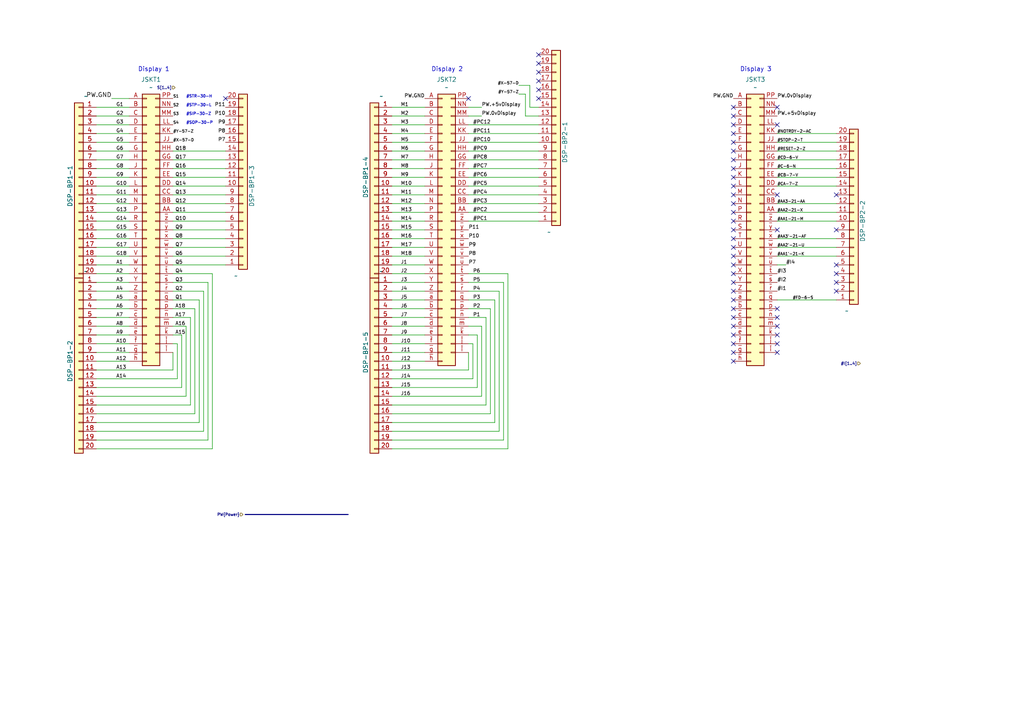
<source format=kicad_sch>
(kicad_sch (version 20211123) (generator eeschema)

  (uuid 8cd76dc2-0108-4182-87c1-8a3f26bf8b69)

  (paper "A4")

  (title_block
    (title "Sockets")
    (date "2023-02-11")
  )

  (lib_symbols
    (symbol "Connector_Generic:Conn_01x20" (pin_names (offset 1.016) hide) (in_bom yes) (on_board yes)
      (property "Reference" "J" (id 0) (at 0 25.4 0)
        (effects (font (size 1.27 1.27)))
      )
      (property "Value" "Conn_01x20" (id 1) (at 0 -27.94 0)
        (effects (font (size 1.27 1.27)))
      )
      (property "Footprint" "" (id 2) (at 0 0 0)
        (effects (font (size 1.27 1.27)) hide)
      )
      (property "Datasheet" "~" (id 3) (at 0 0 0)
        (effects (font (size 1.27 1.27)) hide)
      )
      (property "ki_keywords" "connector" (id 4) (at 0 0 0)
        (effects (font (size 1.27 1.27)) hide)
      )
      (property "ki_description" "Generic connector, single row, 01x20, script generated (kicad-library-utils/schlib/autogen/connector/)" (id 5) (at 0 0 0)
        (effects (font (size 1.27 1.27)) hide)
      )
      (property "ki_fp_filters" "Connector*:*_1x??_*" (id 6) (at 0 0 0)
        (effects (font (size 1.27 1.27)) hide)
      )
      (symbol "Conn_01x20_1_1"
        (rectangle (start -1.27 -25.273) (end 0 -25.527)
          (stroke (width 0.1524) (type default) (color 0 0 0 0))
          (fill (type none))
        )
        (rectangle (start -1.27 -22.733) (end 0 -22.987)
          (stroke (width 0.1524) (type default) (color 0 0 0 0))
          (fill (type none))
        )
        (rectangle (start -1.27 -20.193) (end 0 -20.447)
          (stroke (width 0.1524) (type default) (color 0 0 0 0))
          (fill (type none))
        )
        (rectangle (start -1.27 -17.653) (end 0 -17.907)
          (stroke (width 0.1524) (type default) (color 0 0 0 0))
          (fill (type none))
        )
        (rectangle (start -1.27 -15.113) (end 0 -15.367)
          (stroke (width 0.1524) (type default) (color 0 0 0 0))
          (fill (type none))
        )
        (rectangle (start -1.27 -12.573) (end 0 -12.827)
          (stroke (width 0.1524) (type default) (color 0 0 0 0))
          (fill (type none))
        )
        (rectangle (start -1.27 -10.033) (end 0 -10.287)
          (stroke (width 0.1524) (type default) (color 0 0 0 0))
          (fill (type none))
        )
        (rectangle (start -1.27 -7.493) (end 0 -7.747)
          (stroke (width 0.1524) (type default) (color 0 0 0 0))
          (fill (type none))
        )
        (rectangle (start -1.27 -4.953) (end 0 -5.207)
          (stroke (width 0.1524) (type default) (color 0 0 0 0))
          (fill (type none))
        )
        (rectangle (start -1.27 -2.413) (end 0 -2.667)
          (stroke (width 0.1524) (type default) (color 0 0 0 0))
          (fill (type none))
        )
        (rectangle (start -1.27 0.127) (end 0 -0.127)
          (stroke (width 0.1524) (type default) (color 0 0 0 0))
          (fill (type none))
        )
        (rectangle (start -1.27 2.667) (end 0 2.413)
          (stroke (width 0.1524) (type default) (color 0 0 0 0))
          (fill (type none))
        )
        (rectangle (start -1.27 5.207) (end 0 4.953)
          (stroke (width 0.1524) (type default) (color 0 0 0 0))
          (fill (type none))
        )
        (rectangle (start -1.27 7.747) (end 0 7.493)
          (stroke (width 0.1524) (type default) (color 0 0 0 0))
          (fill (type none))
        )
        (rectangle (start -1.27 10.287) (end 0 10.033)
          (stroke (width 0.1524) (type default) (color 0 0 0 0))
          (fill (type none))
        )
        (rectangle (start -1.27 12.827) (end 0 12.573)
          (stroke (width 0.1524) (type default) (color 0 0 0 0))
          (fill (type none))
        )
        (rectangle (start -1.27 15.367) (end 0 15.113)
          (stroke (width 0.1524) (type default) (color 0 0 0 0))
          (fill (type none))
        )
        (rectangle (start -1.27 17.907) (end 0 17.653)
          (stroke (width 0.1524) (type default) (color 0 0 0 0))
          (fill (type none))
        )
        (rectangle (start -1.27 20.447) (end 0 20.193)
          (stroke (width 0.1524) (type default) (color 0 0 0 0))
          (fill (type none))
        )
        (rectangle (start -1.27 22.987) (end 0 22.733)
          (stroke (width 0.1524) (type default) (color 0 0 0 0))
          (fill (type none))
        )
        (rectangle (start -1.27 24.13) (end 1.27 -26.67)
          (stroke (width 0.254) (type default) (color 0 0 0 0))
          (fill (type background))
        )
        (pin passive line (at -5.08 22.86 0) (length 3.81)
          (name "Pin_1" (effects (font (size 1.27 1.27))))
          (number "1" (effects (font (size 1.27 1.27))))
        )
        (pin passive line (at -5.08 0 0) (length 3.81)
          (name "Pin_10" (effects (font (size 1.27 1.27))))
          (number "10" (effects (font (size 1.27 1.27))))
        )
        (pin passive line (at -5.08 -2.54 0) (length 3.81)
          (name "Pin_11" (effects (font (size 1.27 1.27))))
          (number "11" (effects (font (size 1.27 1.27))))
        )
        (pin passive line (at -5.08 -5.08 0) (length 3.81)
          (name "Pin_12" (effects (font (size 1.27 1.27))))
          (number "12" (effects (font (size 1.27 1.27))))
        )
        (pin passive line (at -5.08 -7.62 0) (length 3.81)
          (name "Pin_13" (effects (font (size 1.27 1.27))))
          (number "13" (effects (font (size 1.27 1.27))))
        )
        (pin passive line (at -5.08 -10.16 0) (length 3.81)
          (name "Pin_14" (effects (font (size 1.27 1.27))))
          (number "14" (effects (font (size 1.27 1.27))))
        )
        (pin passive line (at -5.08 -12.7 0) (length 3.81)
          (name "Pin_15" (effects (font (size 1.27 1.27))))
          (number "15" (effects (font (size 1.27 1.27))))
        )
        (pin passive line (at -5.08 -15.24 0) (length 3.81)
          (name "Pin_16" (effects (font (size 1.27 1.27))))
          (number "16" (effects (font (size 1.27 1.27))))
        )
        (pin passive line (at -5.08 -17.78 0) (length 3.81)
          (name "Pin_17" (effects (font (size 1.27 1.27))))
          (number "17" (effects (font (size 1.27 1.27))))
        )
        (pin passive line (at -5.08 -20.32 0) (length 3.81)
          (name "Pin_18" (effects (font (size 1.27 1.27))))
          (number "18" (effects (font (size 1.27 1.27))))
        )
        (pin passive line (at -5.08 -22.86 0) (length 3.81)
          (name "Pin_19" (effects (font (size 1.27 1.27))))
          (number "19" (effects (font (size 1.27 1.27))))
        )
        (pin passive line (at -5.08 20.32 0) (length 3.81)
          (name "Pin_2" (effects (font (size 1.27 1.27))))
          (number "2" (effects (font (size 1.27 1.27))))
        )
        (pin passive line (at -5.08 -25.4 0) (length 3.81)
          (name "Pin_20" (effects (font (size 1.27 1.27))))
          (number "20" (effects (font (size 1.27 1.27))))
        )
        (pin passive line (at -5.08 17.78 0) (length 3.81)
          (name "Pin_3" (effects (font (size 1.27 1.27))))
          (number "3" (effects (font (size 1.27 1.27))))
        )
        (pin passive line (at -5.08 15.24 0) (length 3.81)
          (name "Pin_4" (effects (font (size 1.27 1.27))))
          (number "4" (effects (font (size 1.27 1.27))))
        )
        (pin passive line (at -5.08 12.7 0) (length 3.81)
          (name "Pin_5" (effects (font (size 1.27 1.27))))
          (number "5" (effects (font (size 1.27 1.27))))
        )
        (pin passive line (at -5.08 10.16 0) (length 3.81)
          (name "Pin_6" (effects (font (size 1.27 1.27))))
          (number "6" (effects (font (size 1.27 1.27))))
        )
        (pin passive line (at -5.08 7.62 0) (length 3.81)
          (name "Pin_7" (effects (font (size 1.27 1.27))))
          (number "7" (effects (font (size 1.27 1.27))))
        )
        (pin passive line (at -5.08 5.08 0) (length 3.81)
          (name "Pin_8" (effects (font (size 1.27 1.27))))
          (number "8" (effects (font (size 1.27 1.27))))
        )
        (pin passive line (at -5.08 2.54 0) (length 3.81)
          (name "Pin_9" (effects (font (size 1.27 1.27))))
          (number "9" (effects (font (size 1.27 1.27))))
        )
      )
    )
    (symbol "Sockets-rescue:Circ61-LSA" (pin_names (offset 1.016) hide) (in_bom yes) (on_board yes)
      (property "Reference" "J" (id 0) (at 6.35 2.54 0)
        (effects (font (size 1.27 1.27)))
      )
      (property "Value" "Circ61-LSA" (id 1) (at 6.35 -78.74 0)
        (effects (font (size 1.27 1.27)))
      )
      (property "Footprint" "" (id 2) (at 5.08 -38.1 0)
        (effects (font (size 1.27 1.27)) hide)
      )
      (property "Datasheet" "" (id 3) (at 5.08 -38.1 0)
        (effects (font (size 1.27 1.27)) hide)
      )
      (property "ki_fp_filters" "Connector*:*2Rows*Pins__* *FCC*2Rows*Pins__*" (id 4) (at 0 0 0)
        (effects (font (size 1.27 1.27)) hide)
      )
      (symbol "Circ61-LSA_1_1"
        (rectangle (start 3.81 -76.073) (end 5.08 -76.327)
          (stroke (width 0.1524) (type default) (color 0 0 0 0))
          (fill (type none))
        )
        (rectangle (start 3.81 -73.533) (end 5.08 -73.787)
          (stroke (width 0.1524) (type default) (color 0 0 0 0))
          (fill (type none))
        )
        (rectangle (start 3.81 -70.993) (end 5.08 -71.247)
          (stroke (width 0.1524) (type default) (color 0 0 0 0))
          (fill (type none))
        )
        (rectangle (start 3.81 -68.453) (end 5.08 -68.707)
          (stroke (width 0.1524) (type default) (color 0 0 0 0))
          (fill (type none))
        )
        (rectangle (start 3.81 -65.913) (end 5.08 -66.167)
          (stroke (width 0.1524) (type default) (color 0 0 0 0))
          (fill (type none))
        )
        (rectangle (start 3.81 -63.373) (end 5.08 -63.627)
          (stroke (width 0.1524) (type default) (color 0 0 0 0))
          (fill (type none))
        )
        (rectangle (start 3.81 -60.833) (end 5.08 -61.087)
          (stroke (width 0.1524) (type default) (color 0 0 0 0))
          (fill (type none))
        )
        (rectangle (start 3.81 -58.293) (end 5.08 -58.547)
          (stroke (width 0.1524) (type default) (color 0 0 0 0))
          (fill (type none))
        )
        (rectangle (start 3.81 -55.753) (end 5.08 -56.007)
          (stroke (width 0.1524) (type default) (color 0 0 0 0))
          (fill (type none))
        )
        (rectangle (start 3.81 -53.213) (end 5.08 -53.467)
          (stroke (width 0.1524) (type default) (color 0 0 0 0))
          (fill (type none))
        )
        (rectangle (start 3.81 -50.673) (end 5.08 -50.927)
          (stroke (width 0.1524) (type default) (color 0 0 0 0))
          (fill (type none))
        )
        (rectangle (start 3.81 -48.133) (end 5.08 -48.387)
          (stroke (width 0.1524) (type default) (color 0 0 0 0))
          (fill (type none))
        )
        (rectangle (start 3.81 -45.593) (end 5.08 -45.847)
          (stroke (width 0.1524) (type default) (color 0 0 0 0))
          (fill (type none))
        )
        (rectangle (start 3.81 -43.053) (end 5.08 -43.307)
          (stroke (width 0.1524) (type default) (color 0 0 0 0))
          (fill (type none))
        )
        (rectangle (start 3.81 -40.513) (end 5.08 -40.767)
          (stroke (width 0.1524) (type default) (color 0 0 0 0))
          (fill (type none))
        )
        (rectangle (start 3.81 -37.973) (end 5.08 -38.227)
          (stroke (width 0.1524) (type default) (color 0 0 0 0))
          (fill (type none))
        )
        (rectangle (start 3.81 -35.433) (end 5.08 -35.687)
          (stroke (width 0.1524) (type default) (color 0 0 0 0))
          (fill (type none))
        )
        (rectangle (start 3.81 -32.893) (end 5.08 -33.147)
          (stroke (width 0.1524) (type default) (color 0 0 0 0))
          (fill (type none))
        )
        (rectangle (start 3.81 -30.353) (end 5.08 -30.607)
          (stroke (width 0.1524) (type default) (color 0 0 0 0))
          (fill (type none))
        )
        (rectangle (start 3.81 -27.813) (end 5.08 -28.067)
          (stroke (width 0.1524) (type default) (color 0 0 0 0))
          (fill (type none))
        )
        (rectangle (start 3.81 -25.273) (end 5.08 -25.527)
          (stroke (width 0.1524) (type default) (color 0 0 0 0))
          (fill (type none))
        )
        (rectangle (start 3.81 -22.733) (end 5.08 -22.987)
          (stroke (width 0.1524) (type default) (color 0 0 0 0))
          (fill (type none))
        )
        (rectangle (start 3.81 -20.193) (end 5.08 -20.447)
          (stroke (width 0.1524) (type default) (color 0 0 0 0))
          (fill (type none))
        )
        (rectangle (start 3.81 -17.653) (end 5.08 -17.907)
          (stroke (width 0.1524) (type default) (color 0 0 0 0))
          (fill (type none))
        )
        (rectangle (start 3.81 -15.113) (end 5.08 -15.367)
          (stroke (width 0.1524) (type default) (color 0 0 0 0))
          (fill (type none))
        )
        (rectangle (start 3.81 -12.573) (end 5.08 -12.827)
          (stroke (width 0.1524) (type default) (color 0 0 0 0))
          (fill (type none))
        )
        (rectangle (start 3.81 -10.033) (end 5.08 -10.287)
          (stroke (width 0.1524) (type default) (color 0 0 0 0))
          (fill (type none))
        )
        (rectangle (start 3.81 -7.493) (end 5.08 -7.747)
          (stroke (width 0.1524) (type default) (color 0 0 0 0))
          (fill (type none))
        )
        (rectangle (start 3.81 -4.953) (end 5.08 -5.207)
          (stroke (width 0.1524) (type default) (color 0 0 0 0))
          (fill (type none))
        )
        (rectangle (start 3.81 -2.413) (end 5.08 -2.667)
          (stroke (width 0.1524) (type default) (color 0 0 0 0))
          (fill (type none))
        )
        (rectangle (start 3.81 0.127) (end 5.08 -0.127)
          (stroke (width 0.1524) (type default) (color 0 0 0 0))
          (fill (type none))
        )
        (rectangle (start 3.81 1.27) (end 8.89 -77.47)
          (stroke (width 0.254) (type default) (color 0 0 0 0))
          (fill (type background))
        )
        (rectangle (start 8.89 -73.533) (end 7.62 -73.787)
          (stroke (width 0.1524) (type default) (color 0 0 0 0))
          (fill (type none))
        )
        (rectangle (start 8.89 -70.993) (end 7.62 -71.247)
          (stroke (width 0.1524) (type default) (color 0 0 0 0))
          (fill (type none))
        )
        (rectangle (start 8.89 -68.453) (end 7.62 -68.707)
          (stroke (width 0.1524) (type default) (color 0 0 0 0))
          (fill (type none))
        )
        (rectangle (start 8.89 -65.913) (end 7.62 -66.167)
          (stroke (width 0.1524) (type default) (color 0 0 0 0))
          (fill (type none))
        )
        (rectangle (start 8.89 -63.373) (end 7.62 -63.627)
          (stroke (width 0.1524) (type default) (color 0 0 0 0))
          (fill (type none))
        )
        (rectangle (start 8.89 -60.833) (end 7.62 -61.087)
          (stroke (width 0.1524) (type default) (color 0 0 0 0))
          (fill (type none))
        )
        (rectangle (start 8.89 -58.293) (end 7.62 -58.547)
          (stroke (width 0.1524) (type default) (color 0 0 0 0))
          (fill (type none))
        )
        (rectangle (start 8.89 -55.753) (end 7.62 -56.007)
          (stroke (width 0.1524) (type default) (color 0 0 0 0))
          (fill (type none))
        )
        (rectangle (start 8.89 -53.213) (end 7.62 -53.467)
          (stroke (width 0.1524) (type default) (color 0 0 0 0))
          (fill (type none))
        )
        (rectangle (start 8.89 -50.673) (end 7.62 -50.927)
          (stroke (width 0.1524) (type default) (color 0 0 0 0))
          (fill (type none))
        )
        (rectangle (start 8.89 -48.133) (end 7.62 -48.387)
          (stroke (width 0.1524) (type default) (color 0 0 0 0))
          (fill (type none))
        )
        (rectangle (start 8.89 -45.593) (end 7.62 -45.847)
          (stroke (width 0.1524) (type default) (color 0 0 0 0))
          (fill (type none))
        )
        (rectangle (start 8.89 -43.053) (end 7.62 -43.307)
          (stroke (width 0.1524) (type default) (color 0 0 0 0))
          (fill (type none))
        )
        (rectangle (start 8.89 -40.513) (end 7.62 -40.767)
          (stroke (width 0.1524) (type default) (color 0 0 0 0))
          (fill (type none))
        )
        (rectangle (start 8.89 -37.973) (end 7.62 -38.227)
          (stroke (width 0.1524) (type default) (color 0 0 0 0))
          (fill (type none))
        )
        (rectangle (start 8.89 -35.433) (end 7.62 -35.687)
          (stroke (width 0.1524) (type default) (color 0 0 0 0))
          (fill (type none))
        )
        (rectangle (start 8.89 -32.893) (end 7.62 -33.147)
          (stroke (width 0.1524) (type default) (color 0 0 0 0))
          (fill (type none))
        )
        (rectangle (start 8.89 -30.353) (end 7.62 -30.607)
          (stroke (width 0.1524) (type default) (color 0 0 0 0))
          (fill (type none))
        )
        (rectangle (start 8.89 -27.813) (end 7.62 -28.067)
          (stroke (width 0.1524) (type default) (color 0 0 0 0))
          (fill (type none))
        )
        (rectangle (start 8.89 -25.273) (end 7.62 -25.527)
          (stroke (width 0.1524) (type default) (color 0 0 0 0))
          (fill (type none))
        )
        (rectangle (start 8.89 -22.733) (end 7.62 -22.987)
          (stroke (width 0.1524) (type default) (color 0 0 0 0))
          (fill (type none))
        )
        (rectangle (start 8.89 -20.193) (end 7.62 -20.447)
          (stroke (width 0.1524) (type default) (color 0 0 0 0))
          (fill (type none))
        )
        (rectangle (start 8.89 -17.653) (end 7.62 -17.907)
          (stroke (width 0.1524) (type default) (color 0 0 0 0))
          (fill (type none))
        )
        (rectangle (start 8.89 -15.113) (end 7.62 -15.367)
          (stroke (width 0.1524) (type default) (color 0 0 0 0))
          (fill (type none))
        )
        (rectangle (start 8.89 -12.573) (end 7.62 -12.827)
          (stroke (width 0.1524) (type default) (color 0 0 0 0))
          (fill (type none))
        )
        (rectangle (start 8.89 -10.033) (end 7.62 -10.287)
          (stroke (width 0.1524) (type default) (color 0 0 0 0))
          (fill (type none))
        )
        (rectangle (start 8.89 -7.493) (end 7.62 -7.747)
          (stroke (width 0.1524) (type default) (color 0 0 0 0))
          (fill (type none))
        )
        (rectangle (start 8.89 -4.953) (end 7.62 -5.207)
          (stroke (width 0.1524) (type default) (color 0 0 0 0))
          (fill (type none))
        )
        (rectangle (start 8.89 -2.413) (end 7.62 -2.667)
          (stroke (width 0.1524) (type default) (color 0 0 0 0))
          (fill (type none))
        )
        (rectangle (start 8.89 0.127) (end 7.62 -0.127)
          (stroke (width 0.1524) (type default) (color 0 0 0 0))
          (fill (type none))
        )
        (pin passive line (at 0 0 0) (length 3.81)
          (name "A" (effects (font (size 1.27 1.27))))
          (number "A" (effects (font (size 1.27 1.27))))
        )
        (pin passive line (at 12.7 -33.02 180) (length 3.81)
          (name "AA" (effects (font (size 1.27 1.27))))
          (number "AA" (effects (font (size 1.27 1.27))))
        )
        (pin passive line (at 0 -2.54 0) (length 3.81)
          (name "B" (effects (font (size 1.27 1.27))))
          (number "B" (effects (font (size 1.27 1.27))))
        )
        (pin passive line (at 12.7 -30.48 180) (length 3.81)
          (name "BB" (effects (font (size 1.27 1.27))))
          (number "BB" (effects (font (size 1.27 1.27))))
        )
        (pin passive line (at 0 -5.08 0) (length 3.81)
          (name "C" (effects (font (size 1.27 1.27))))
          (number "C" (effects (font (size 1.27 1.27))))
        )
        (pin passive line (at 12.7 -27.94 180) (length 3.81)
          (name "CC" (effects (font (size 1.27 1.27))))
          (number "CC" (effects (font (size 1.27 1.27))))
        )
        (pin passive line (at 0 -7.62 0) (length 3.81)
          (name "D" (effects (font (size 1.27 1.27))))
          (number "D" (effects (font (size 1.27 1.27))))
        )
        (pin passive line (at 12.7 -25.4 180) (length 3.81)
          (name "DD" (effects (font (size 1.27 1.27))))
          (number "DD" (effects (font (size 1.27 1.27))))
        )
        (pin passive line (at 0 -10.16 0) (length 3.81)
          (name "E" (effects (font (size 1.27 1.27))))
          (number "E" (effects (font (size 1.27 1.27))))
        )
        (pin passive line (at 12.7 -22.86 180) (length 3.81)
          (name "EE" (effects (font (size 1.27 1.27))))
          (number "EE" (effects (font (size 1.27 1.27))))
        )
        (pin passive line (at 0 -12.7 0) (length 3.81)
          (name "F" (effects (font (size 1.27 1.27))))
          (number "F" (effects (font (size 1.27 1.27))))
        )
        (pin passive line (at 12.7 -20.32 180) (length 3.81)
          (name "FF" (effects (font (size 1.27 1.27))))
          (number "FF" (effects (font (size 1.27 1.27))))
        )
        (pin passive line (at 0 -15.24 0) (length 3.81)
          (name "G" (effects (font (size 1.27 1.27))))
          (number "G" (effects (font (size 1.27 1.27))))
        )
        (pin passive line (at 12.7 -17.78 180) (length 3.81)
          (name "GG" (effects (font (size 1.27 1.27))))
          (number "GG" (effects (font (size 1.27 1.27))))
        )
        (pin passive line (at 0 -17.78 0) (length 3.81)
          (name "H" (effects (font (size 1.27 1.27))))
          (number "H" (effects (font (size 1.27 1.27))))
        )
        (pin passive line (at 12.7 -15.24 180) (length 3.81)
          (name "HH" (effects (font (size 1.27 1.27))))
          (number "HH" (effects (font (size 1.27 1.27))))
        )
        (pin passive line (at 0 -20.32 0) (length 3.81)
          (name "J" (effects (font (size 1.27 1.27))))
          (number "J" (effects (font (size 1.27 1.27))))
        )
        (pin passive line (at 12.7 -12.7 180) (length 3.81)
          (name "JJ" (effects (font (size 1.27 1.27))))
          (number "JJ" (effects (font (size 1.27 1.27))))
        )
        (pin passive line (at 0 -22.86 0) (length 3.81)
          (name "K" (effects (font (size 1.27 1.27))))
          (number "K" (effects (font (size 1.27 1.27))))
        )
        (pin passive line (at 12.7 -10.16 180) (length 3.81)
          (name "KK" (effects (font (size 1.27 1.27))))
          (number "KK" (effects (font (size 1.27 1.27))))
        )
        (pin passive line (at 0 -25.4 0) (length 3.81)
          (name "L" (effects (font (size 1.27 1.27))))
          (number "L" (effects (font (size 1.27 1.27))))
        )
        (pin passive line (at 12.7 -7.62 180) (length 3.81)
          (name "LL" (effects (font (size 1.27 1.27))))
          (number "LL" (effects (font (size 1.27 1.27))))
        )
        (pin passive line (at 0 -27.94 0) (length 3.81)
          (name "M" (effects (font (size 1.27 1.27))))
          (number "M" (effects (font (size 1.27 1.27))))
        )
        (pin passive line (at 12.7 -5.08 180) (length 3.81)
          (name "MM" (effects (font (size 1.27 1.27))))
          (number "MM" (effects (font (size 1.27 1.27))))
        )
        (pin passive line (at 0 -30.48 0) (length 3.81)
          (name "N" (effects (font (size 1.27 1.27))))
          (number "N" (effects (font (size 1.27 1.27))))
        )
        (pin passive line (at 12.7 -2.54 180) (length 3.81)
          (name "NN" (effects (font (size 1.27 1.27))))
          (number "NN" (effects (font (size 1.27 1.27))))
        )
        (pin passive line (at 0 -33.02 0) (length 3.81)
          (name "P" (effects (font (size 1.27 1.27))))
          (number "P" (effects (font (size 1.27 1.27))))
        )
        (pin passive line (at 12.7 0 180) (length 3.81)
          (name "PP" (effects (font (size 1.27 1.27))))
          (number "PP" (effects (font (size 1.27 1.27))))
        )
        (pin passive line (at 0 -35.56 0) (length 3.81)
          (name "R" (effects (font (size 1.27 1.27))))
          (number "R" (effects (font (size 1.27 1.27))))
        )
        (pin passive line (at 0 -38.1 0) (length 3.81)
          (name "S" (effects (font (size 1.27 1.27))))
          (number "S" (effects (font (size 1.27 1.27))))
        )
        (pin passive line (at 0 -40.64 0) (length 3.81)
          (name "T" (effects (font (size 1.27 1.27))))
          (number "T" (effects (font (size 1.27 1.27))))
        )
        (pin passive line (at 0 -43.18 0) (length 3.81)
          (name "U" (effects (font (size 1.27 1.27))))
          (number "U" (effects (font (size 1.27 1.27))))
        )
        (pin passive line (at 0 -45.72 0) (length 3.81)
          (name "V" (effects (font (size 1.27 1.27))))
          (number "V" (effects (font (size 1.27 1.27))))
        )
        (pin passive line (at 0 -48.26 0) (length 3.81)
          (name "W" (effects (font (size 1.27 1.27))))
          (number "W" (effects (font (size 1.27 1.27))))
        )
        (pin passive line (at 0 -50.8 0) (length 3.81)
          (name "X" (effects (font (size 1.27 1.27))))
          (number "X" (effects (font (size 1.27 1.27))))
        )
        (pin passive line (at 0 -53.34 0) (length 3.81)
          (name "Y" (effects (font (size 1.27 1.27))))
          (number "Y" (effects (font (size 1.27 1.27))))
        )
        (pin passive line (at 0 -55.88 0) (length 3.81)
          (name "Z" (effects (font (size 1.27 1.27))))
          (number "Z" (effects (font (size 1.27 1.27))))
        )
        (pin passive line (at 0 -58.42 0) (length 3.81)
          (name "~{a}" (effects (font (size 1.27 1.27))))
          (number "~{a}" (effects (font (size 1.27 1.27))))
        )
        (pin passive line (at 0 -60.96 0) (length 3.81)
          (name "~{b}" (effects (font (size 1.27 1.27))))
          (number "~{b}" (effects (font (size 1.27 1.27))))
        )
        (pin passive line (at 0 -63.5 0) (length 3.81)
          (name "~{c}" (effects (font (size 1.27 1.27))))
          (number "~{c}" (effects (font (size 1.27 1.27))))
        )
        (pin passive line (at 0 -66.04 0) (length 3.81)
          (name "~{d}" (effects (font (size 1.27 1.27))))
          (number "~{d}" (effects (font (size 1.27 1.27))))
        )
        (pin passive line (at 0 -68.58 0) (length 3.81)
          (name "~{e}" (effects (font (size 1.27 1.27))))
          (number "~{e}" (effects (font (size 1.27 1.27))))
        )
        (pin passive line (at 0 -71.12 0) (length 3.81)
          (name "~{f}" (effects (font (size 1.27 1.27))))
          (number "~{f}" (effects (font (size 1.27 1.27))))
        )
        (pin passive line (at 0 -73.66 0) (length 3.81)
          (name "~{g}" (effects (font (size 1.27 1.27))))
          (number "~{g}" (effects (font (size 1.27 1.27))))
        )
        (pin passive line (at 0 -76.2 0) (length 3.81)
          (name "~{h}" (effects (font (size 1.27 1.27))))
          (number "~{h}" (effects (font (size 1.27 1.27))))
        )
        (pin passive line (at 12.7 -73.66 180) (length 3.81)
          (name "~{i}" (effects (font (size 1.27 1.27))))
          (number "~{i}" (effects (font (size 1.27 1.27))))
        )
        (pin passive line (at 12.7 -71.12 180) (length 3.81)
          (name "~{j}" (effects (font (size 1.27 1.27))))
          (number "~{j}" (effects (font (size 1.27 1.27))))
        )
        (pin passive line (at 12.7 -68.58 180) (length 3.81)
          (name "~{k}" (effects (font (size 1.27 1.27))))
          (number "~{k}" (effects (font (size 1.27 1.27))))
        )
        (pin passive line (at 12.7 -66.04 180) (length 3.81)
          (name "~{m}" (effects (font (size 1.27 1.27))))
          (number "~{m}" (effects (font (size 1.27 1.27))))
        )
        (pin passive line (at 12.7 -63.5 180) (length 3.81)
          (name "~{n}" (effects (font (size 1.27 1.27))))
          (number "~{n}" (effects (font (size 1.27 1.27))))
        )
        (pin passive line (at 12.7 -60.96 180) (length 3.81)
          (name "~{p}" (effects (font (size 1.27 1.27))))
          (number "~{p}" (effects (font (size 1.27 1.27))))
        )
        (pin passive line (at 12.7 -58.42 180) (length 3.81)
          (name "~{q}" (effects (font (size 1.27 1.27))))
          (number "~{q}" (effects (font (size 1.27 1.27))))
        )
        (pin passive line (at 12.7 -55.88 180) (length 3.81)
          (name "~{r}" (effects (font (size 1.27 1.27))))
          (number "~{r}" (effects (font (size 1.27 1.27))))
        )
        (pin passive line (at 12.7 -53.34 180) (length 3.81)
          (name "~{s}" (effects (font (size 1.27 1.27))))
          (number "~{s}" (effects (font (size 1.27 1.27))))
        )
        (pin passive line (at 12.7 -50.8 180) (length 3.81)
          (name "~{t}" (effects (font (size 1.27 1.27))))
          (number "~{t}" (effects (font (size 1.27 1.27))))
        )
        (pin passive line (at 12.7 -48.26 180) (length 3.81)
          (name "~{u}" (effects (font (size 1.27 1.27))))
          (number "~{u}" (effects (font (size 1.27 1.27))))
        )
        (pin passive line (at 12.7 -45.72 180) (length 3.81)
          (name "~{v}" (effects (font (size 1.27 1.27))))
          (number "~{v}" (effects (font (size 1.27 1.27))))
        )
        (pin passive line (at 12.7 -43.18 180) (length 3.81)
          (name "~{w}" (effects (font (size 1.27 1.27))))
          (number "~{w}" (effects (font (size 1.27 1.27))))
        )
        (pin passive line (at 12.7 -40.64 180) (length 3.81)
          (name "~{x}" (effects (font (size 1.27 1.27))))
          (number "~{x}" (effects (font (size 1.27 1.27))))
        )
        (pin passive line (at 12.7 -38.1 180) (length 3.81)
          (name "~{y}" (effects (font (size 1.27 1.27))))
          (number "~{y}" (effects (font (size 1.27 1.27))))
        )
        (pin passive line (at 12.7 -35.56 180) (length 3.81)
          (name "~{z}" (effects (font (size 1.27 1.27))))
          (number "~{z}" (effects (font (size 1.27 1.27))))
        )
      )
    )
    (symbol "Sockets-rescue:Conn_01x20-Connector_Generic" (pin_names (offset 1.016) hide) (in_bom yes) (on_board yes)
      (property "Reference" "J" (id 0) (at 0 25.4 0)
        (effects (font (size 1.27 1.27)))
      )
      (property "Value" "Conn_01x20-Connector_Generic" (id 1) (at 0 -27.94 0)
        (effects (font (size 1.27 1.27)))
      )
      (property "Footprint" "" (id 2) (at 0 0 0)
        (effects (font (size 1.27 1.27)) hide)
      )
      (property "Datasheet" "" (id 3) (at 0 0 0)
        (effects (font (size 1.27 1.27)) hide)
      )
      (property "ki_fp_filters" "Connector*:*_1x??_*" (id 4) (at 0 0 0)
        (effects (font (size 1.27 1.27)) hide)
      )
      (symbol "Conn_01x20-Connector_Generic_1_1"
        (rectangle (start -1.27 -25.273) (end 0 -25.527)
          (stroke (width 0.1524) (type default) (color 0 0 0 0))
          (fill (type none))
        )
        (rectangle (start -1.27 -22.733) (end 0 -22.987)
          (stroke (width 0.1524) (type default) (color 0 0 0 0))
          (fill (type none))
        )
        (rectangle (start -1.27 -20.193) (end 0 -20.447)
          (stroke (width 0.1524) (type default) (color 0 0 0 0))
          (fill (type none))
        )
        (rectangle (start -1.27 -17.653) (end 0 -17.907)
          (stroke (width 0.1524) (type default) (color 0 0 0 0))
          (fill (type none))
        )
        (rectangle (start -1.27 -15.113) (end 0 -15.367)
          (stroke (width 0.1524) (type default) (color 0 0 0 0))
          (fill (type none))
        )
        (rectangle (start -1.27 -12.573) (end 0 -12.827)
          (stroke (width 0.1524) (type default) (color 0 0 0 0))
          (fill (type none))
        )
        (rectangle (start -1.27 -10.033) (end 0 -10.287)
          (stroke (width 0.1524) (type default) (color 0 0 0 0))
          (fill (type none))
        )
        (rectangle (start -1.27 -7.493) (end 0 -7.747)
          (stroke (width 0.1524) (type default) (color 0 0 0 0))
          (fill (type none))
        )
        (rectangle (start -1.27 -4.953) (end 0 -5.207)
          (stroke (width 0.1524) (type default) (color 0 0 0 0))
          (fill (type none))
        )
        (rectangle (start -1.27 -2.413) (end 0 -2.667)
          (stroke (width 0.1524) (type default) (color 0 0 0 0))
          (fill (type none))
        )
        (rectangle (start -1.27 0.127) (end 0 -0.127)
          (stroke (width 0.1524) (type default) (color 0 0 0 0))
          (fill (type none))
        )
        (rectangle (start -1.27 2.667) (end 0 2.413)
          (stroke (width 0.1524) (type default) (color 0 0 0 0))
          (fill (type none))
        )
        (rectangle (start -1.27 5.207) (end 0 4.953)
          (stroke (width 0.1524) (type default) (color 0 0 0 0))
          (fill (type none))
        )
        (rectangle (start -1.27 7.747) (end 0 7.493)
          (stroke (width 0.1524) (type default) (color 0 0 0 0))
          (fill (type none))
        )
        (rectangle (start -1.27 10.287) (end 0 10.033)
          (stroke (width 0.1524) (type default) (color 0 0 0 0))
          (fill (type none))
        )
        (rectangle (start -1.27 12.827) (end 0 12.573)
          (stroke (width 0.1524) (type default) (color 0 0 0 0))
          (fill (type none))
        )
        (rectangle (start -1.27 15.367) (end 0 15.113)
          (stroke (width 0.1524) (type default) (color 0 0 0 0))
          (fill (type none))
        )
        (rectangle (start -1.27 17.907) (end 0 17.653)
          (stroke (width 0.1524) (type default) (color 0 0 0 0))
          (fill (type none))
        )
        (rectangle (start -1.27 20.447) (end 0 20.193)
          (stroke (width 0.1524) (type default) (color 0 0 0 0))
          (fill (type none))
        )
        (rectangle (start -1.27 22.987) (end 0 22.733)
          (stroke (width 0.1524) (type default) (color 0 0 0 0))
          (fill (type none))
        )
        (rectangle (start -1.27 24.13) (end 1.27 -26.67)
          (stroke (width 0.254) (type default) (color 0 0 0 0))
          (fill (type background))
        )
        (pin passive line (at -5.08 22.86 0) (length 3.81)
          (name "Pin_1" (effects (font (size 1.27 1.27))))
          (number "1" (effects (font (size 1.27 1.27))))
        )
        (pin passive line (at -5.08 0 0) (length 3.81)
          (name "Pin_10" (effects (font (size 1.27 1.27))))
          (number "10" (effects (font (size 1.27 1.27))))
        )
        (pin passive line (at -5.08 -2.54 0) (length 3.81)
          (name "Pin_11" (effects (font (size 1.27 1.27))))
          (number "11" (effects (font (size 1.27 1.27))))
        )
        (pin passive line (at -5.08 -5.08 0) (length 3.81)
          (name "Pin_12" (effects (font (size 1.27 1.27))))
          (number "12" (effects (font (size 1.27 1.27))))
        )
        (pin passive line (at -5.08 -7.62 0) (length 3.81)
          (name "Pin_13" (effects (font (size 1.27 1.27))))
          (number "13" (effects (font (size 1.27 1.27))))
        )
        (pin passive line (at -5.08 -10.16 0) (length 3.81)
          (name "Pin_14" (effects (font (size 1.27 1.27))))
          (number "14" (effects (font (size 1.27 1.27))))
        )
        (pin passive line (at -5.08 -12.7 0) (length 3.81)
          (name "Pin_15" (effects (font (size 1.27 1.27))))
          (number "15" (effects (font (size 1.27 1.27))))
        )
        (pin passive line (at -5.08 -15.24 0) (length 3.81)
          (name "Pin_16" (effects (font (size 1.27 1.27))))
          (number "16" (effects (font (size 1.27 1.27))))
        )
        (pin passive line (at -5.08 -17.78 0) (length 3.81)
          (name "Pin_17" (effects (font (size 1.27 1.27))))
          (number "17" (effects (font (size 1.27 1.27))))
        )
        (pin passive line (at -5.08 -20.32 0) (length 3.81)
          (name "Pin_18" (effects (font (size 1.27 1.27))))
          (number "18" (effects (font (size 1.27 1.27))))
        )
        (pin passive line (at -5.08 -22.86 0) (length 3.81)
          (name "Pin_19" (effects (font (size 1.27 1.27))))
          (number "19" (effects (font (size 1.27 1.27))))
        )
        (pin passive line (at -5.08 20.32 0) (length 3.81)
          (name "Pin_2" (effects (font (size 1.27 1.27))))
          (number "2" (effects (font (size 1.27 1.27))))
        )
        (pin passive line (at -5.08 -25.4 0) (length 3.81)
          (name "Pin_20" (effects (font (size 1.27 1.27))))
          (number "20" (effects (font (size 1.27 1.27))))
        )
        (pin passive line (at -5.08 17.78 0) (length 3.81)
          (name "Pin_3" (effects (font (size 1.27 1.27))))
          (number "3" (effects (font (size 1.27 1.27))))
        )
        (pin passive line (at -5.08 15.24 0) (length 3.81)
          (name "Pin_4" (effects (font (size 1.27 1.27))))
          (number "4" (effects (font (size 1.27 1.27))))
        )
        (pin passive line (at -5.08 12.7 0) (length 3.81)
          (name "Pin_5" (effects (font (size 1.27 1.27))))
          (number "5" (effects (font (size 1.27 1.27))))
        )
        (pin passive line (at -5.08 10.16 0) (length 3.81)
          (name "Pin_6" (effects (font (size 1.27 1.27))))
          (number "6" (effects (font (size 1.27 1.27))))
        )
        (pin passive line (at -5.08 7.62 0) (length 3.81)
          (name "Pin_7" (effects (font (size 1.27 1.27))))
          (number "7" (effects (font (size 1.27 1.27))))
        )
        (pin passive line (at -5.08 5.08 0) (length 3.81)
          (name "Pin_8" (effects (font (size 1.27 1.27))))
          (number "8" (effects (font (size 1.27 1.27))))
        )
        (pin passive line (at -5.08 2.54 0) (length 3.81)
          (name "Pin_9" (effects (font (size 1.27 1.27))))
          (number "9" (effects (font (size 1.27 1.27))))
        )
      )
    )
  )


  (no_connect (at 156.21 18.415) (uuid 018f69f0-f905-4c48-baa8-94cd51372698))
  (no_connect (at 242.57 79.375) (uuid 04021e66-0f04-4033-8cb0-7e932ec4544c))
  (no_connect (at 156.21 20.955) (uuid 0708768c-29b3-4554-a66d-6cc6a68606b4))
  (no_connect (at 212.725 38.735) (uuid 0990da2c-5fed-44e2-9fb6-934dc527718f))
  (no_connect (at 242.57 84.455) (uuid 0c32a1d0-5098-45f9-9cd6-9d69e66d51ed))
  (no_connect (at 212.725 43.815) (uuid 0f5997bf-da71-4616-8542-5c7c10945c78))
  (no_connect (at 242.57 81.915) (uuid 104c7ce1-78bf-4b73-92a9-130cb8c265b8))
  (no_connect (at 156.21 28.575) (uuid 17eb28ed-8735-431f-8f9e-02599e383dd8))
  (no_connect (at 212.725 76.835) (uuid 1ce19a49-6b9e-4612-b46e-8eb122a45c6b))
  (no_connect (at 212.725 71.755) (uuid 221be46f-e9ec-4c66-b004-d470c1980169))
  (no_connect (at 225.425 92.075) (uuid 22ae34a6-2129-4311-88c7-5dcd2a510575))
  (no_connect (at 212.725 92.075) (uuid 2e1e6e9f-5260-45bb-af09-f43c1fb19c89))
  (no_connect (at 212.725 36.195) (uuid 3141e3f4-7c16-4796-a3d0-d36daf4e748c))
  (no_connect (at 212.725 86.995) (uuid 329b6a90-a1b2-4ecc-86af-bc70efd6eb88))
  (no_connect (at 212.725 61.595) (uuid 33ba7743-dc95-4ea5-9f74-d719ed2b8199))
  (no_connect (at 212.725 31.115) (uuid 346dd1c5-dc72-48be-870b-89b6c8856b01))
  (no_connect (at 212.725 41.275) (uuid 39d4a7c5-f504-4024-87e3-243318737736))
  (no_connect (at 212.725 84.455) (uuid 405b8cbb-beeb-42bc-b103-423d3c37c56f))
  (no_connect (at 212.725 64.135) (uuid 41646f74-4c27-413f-b49f-826c30cdbd94))
  (no_connect (at 212.725 97.155) (uuid 46e5f98e-c971-426f-a304-0efbe890065e))
  (no_connect (at 212.725 51.435) (uuid 49bd837a-a78c-456a-b663-740ba4326039))
  (no_connect (at 212.725 69.215) (uuid 5b6d98e6-91a0-4ac6-8b7e-a90b2a0c19c0))
  (no_connect (at 212.725 48.895) (uuid 63e84618-931e-4b21-8f24-5382c9127969))
  (no_connect (at 225.425 56.515) (uuid 69a468f6-be52-4892-b5eb-8c5b72be2d59))
  (no_connect (at 225.425 31.115) (uuid 6b39e8a9-ddba-47fd-831a-4b3e1505c144))
  (no_connect (at 225.425 89.535) (uuid 6e9bd609-0069-424d-b89b-11b09ac14532))
  (no_connect (at 135.89 28.575) (uuid 754f39b3-4a8d-464c-8437-0cfaccf82ae9))
  (no_connect (at 242.57 76.835) (uuid 7aa03b6c-2b07-4b76-b2b1-ed629db66766))
  (no_connect (at 212.725 59.055) (uuid 7be4eef5-50ec-4aae-8373-95766a9e1cae))
  (no_connect (at 225.425 66.675) (uuid 81d66c81-5a1a-4eaf-a781-b1863ae53c47))
  (no_connect (at 156.21 15.875) (uuid 853d87bb-e745-4cdd-9877-74a7a132aef7))
  (no_connect (at 225.425 99.695) (uuid 88b0a05b-d67d-48cf-8ef8-9b622431b1ea))
  (no_connect (at 156.21 23.495) (uuid 8f0ecd68-af99-4a50-88a1-ef9cae4effe4))
  (no_connect (at 212.725 79.375) (uuid 91abf83a-3561-43b4-a858-dc82eb5f9efa))
  (no_connect (at 65.405 28.575) (uuid 92cc7c51-0e55-446e-97d3-4f18000913f2))
  (no_connect (at 225.425 94.615) (uuid 9e858ac6-772f-4dc8-a3a2-6b835bb6cea7))
  (no_connect (at 212.725 94.615) (uuid a3942a47-3e37-4ed8-86ed-925fcf2062ec))
  (no_connect (at 212.725 81.915) (uuid adc85dc3-61d2-4238-b5ac-742614478852))
  (no_connect (at 212.725 104.775) (uuid ae7627a5-b4dd-4555-9cb8-2111508f8cef))
  (no_connect (at 212.725 74.295) (uuid af7eb310-5371-463e-9cc6-de0fd141b547))
  (no_connect (at 212.725 53.975) (uuid b375fc31-1b7a-4d2f-a2b9-e0dccb2503b4))
  (no_connect (at 212.725 66.675) (uuid c688000e-94a3-4c95-852d-be75e8f679e1))
  (no_connect (at 242.57 66.675) (uuid c82118c9-aea0-4a84-8f82-addecc98d51f))
  (no_connect (at 225.425 97.155) (uuid cd498b7e-6665-409f-bef4-d8fb093af410))
  (no_connect (at 156.21 26.035) (uuid d0b7812e-80b3-4e55-90d6-a0dff50d35ac))
  (no_connect (at 212.725 99.695) (uuid d97c8604-f80c-4de1-aefa-cfa517852a37))
  (no_connect (at 212.725 89.535) (uuid e276883d-c2ea-4f74-8663-be6095742b79))
  (no_connect (at 225.425 36.195) (uuid e368267f-a05a-4f95-bcf0-351b0e9c7043))
  (no_connect (at 212.725 33.655) (uuid ec739e3b-bd3b-411c-a626-4b311b90753b))
  (no_connect (at 225.425 102.235) (uuid ec7c63ed-417b-4dec-9641-212fbd438552))
  (no_connect (at 212.725 56.515) (uuid f187620a-fef4-4cd2-87a7-1cae70eebd06))
  (no_connect (at 212.725 46.355) (uuid f4f83bb3-0039-4f92-b186-7d2bfebae92f))
  (no_connect (at 212.725 102.235) (uuid f972b53b-f509-4cbc-96eb-436458ae6831))
  (no_connect (at 242.57 56.515) (uuid fe2ae583-b30f-45cd-92af-4e3a731d4f31))

  (wire (pts (xy 113.665 43.815) (xy 123.19 43.815))
    (stroke (width 0) (type default) (color 0 0 0 0))
    (uuid 02696584-a112-47ef-acce-211f661c33a9)
  )
  (wire (pts (xy 113.665 109.855) (xy 137.16 109.855))
    (stroke (width 0) (type default) (color 0 0 0 0))
    (uuid 027fc17a-fe6a-4b54-b02c-7829ac246cb2)
  )
  (wire (pts (xy 146.05 81.915) (xy 146.05 127.635))
    (stroke (width 0) (type default) (color 0 0 0 0))
    (uuid 05449d28-ee08-4fe2-a17d-93f3336a293b)
  )
  (wire (pts (xy 27.94 102.235) (xy 37.465 102.235))
    (stroke (width 0) (type default) (color 0 0 0 0))
    (uuid 05f5bea6-1f22-4f39-9133-1496d3fe5ed1)
  )
  (wire (pts (xy 138.43 112.395) (xy 138.43 97.155))
    (stroke (width 0) (type default) (color 0 0 0 0))
    (uuid 06b0e76e-510d-47d3-afca-388539fdbb00)
  )
  (wire (pts (xy 55.245 92.075) (xy 50.165 92.075))
    (stroke (width 0) (type default) (color 0 0 0 0))
    (uuid 0bb754a8-8242-46d6-94dc-38b7eaf2a1b7)
  )
  (wire (pts (xy 146.05 127.635) (xy 113.665 127.635))
    (stroke (width 0) (type default) (color 0 0 0 0))
    (uuid 1131b9e0-8637-494a-927e-c2371f4403f4)
  )
  (wire (pts (xy 50.165 48.895) (xy 65.405 48.895))
    (stroke (width 0) (type default) (color 0 0 0 0))
    (uuid 138bd1d4-878d-4dab-b7fa-028e164f09e1)
  )
  (wire (pts (xy 242.57 46.355) (xy 225.425 46.355))
    (stroke (width 0) (type default) (color 0 0 0 0))
    (uuid 17d7f6d9-49c2-4f4c-b41d-cf723e6c13c2)
  )
  (wire (pts (xy 113.665 81.915) (xy 123.19 81.915))
    (stroke (width 0) (type default) (color 0 0 0 0))
    (uuid 180a868b-fb5b-4db2-a820-9813a58815c9)
  )
  (wire (pts (xy 113.665 74.295) (xy 123.19 74.295))
    (stroke (width 0) (type default) (color 0 0 0 0))
    (uuid 188e7751-45ae-49a5-8b33-b4be12f90b4c)
  )
  (wire (pts (xy 123.19 94.615) (xy 113.665 94.615))
    (stroke (width 0) (type default) (color 0 0 0 0))
    (uuid 1a45cc1b-45d9-4a7e-b75b-b68424a7bbce)
  )
  (wire (pts (xy 113.665 86.995) (xy 123.19 86.995))
    (stroke (width 0) (type default) (color 0 0 0 0))
    (uuid 1e60c041-1bfa-4982-9d0b-f3d4e247e09d)
  )
  (wire (pts (xy 123.19 79.375) (xy 113.665 79.375))
    (stroke (width 0) (type default) (color 0 0 0 0))
    (uuid 1e9e254c-78cf-4676-9e7d-1ddd44faa198)
  )
  (wire (pts (xy 143.51 122.555) (xy 113.665 122.555))
    (stroke (width 0) (type default) (color 0 0 0 0))
    (uuid 2831f1ce-14f7-416f-b20d-d925707fe882)
  )
  (wire (pts (xy 135.89 31.115) (xy 139.7 31.115))
    (stroke (width 0) (type default) (color 0 0 0 0))
    (uuid 2d119f01-8247-40a7-b0bd-83f6e3ef932f)
  )
  (wire (pts (xy 156.21 31.115) (xy 153.67 31.115))
    (stroke (width 0) (type default) (color 0 0 0 0))
    (uuid 2d420a23-851f-4981-8ffa-2ec94adde47e)
  )
  (wire (pts (xy 27.94 69.215) (xy 37.465 69.215))
    (stroke (width 0) (type default) (color 0 0 0 0))
    (uuid 2d5179ac-6ae3-4501-9729-3f81e311dadf)
  )
  (wire (pts (xy 50.165 69.215) (xy 65.405 69.215))
    (stroke (width 0) (type default) (color 0 0 0 0))
    (uuid 2fb87e65-c0fb-43bf-a202-e380180c3225)
  )
  (wire (pts (xy 37.465 66.675) (xy 27.94 66.675))
    (stroke (width 0) (type default) (color 0 0 0 0))
    (uuid 30707b02-468f-4929-8abf-719f5b9516d6)
  )
  (wire (pts (xy 32.385 28.575) (xy 37.465 28.575))
    (stroke (width 0) (type default) (color 0 0 0 0))
    (uuid 3120b145-724a-40ad-b748-2693ac950dff)
  )
  (wire (pts (xy 140.97 117.475) (xy 113.665 117.475))
    (stroke (width 0) (type default) (color 0 0 0 0))
    (uuid 31f1b781-c754-431f-aca8-01f2fb380175)
  )
  (wire (pts (xy 50.165 53.975) (xy 65.405 53.975))
    (stroke (width 0) (type default) (color 0 0 0 0))
    (uuid 32fa3dc1-eae2-4eb0-aa02-9da71cf884fe)
  )
  (wire (pts (xy 123.19 89.535) (xy 113.665 89.535))
    (stroke (width 0) (type default) (color 0 0 0 0))
    (uuid 34928b22-39fa-4b11-926b-ebe10659d278)
  )
  (wire (pts (xy 242.57 69.215) (xy 225.425 69.215))
    (stroke (width 0) (type default) (color 0 0 0 0))
    (uuid 39161a6e-292c-4964-8f83-331725529a76)
  )
  (wire (pts (xy 135.89 86.995) (xy 143.51 86.995))
    (stroke (width 0) (type default) (color 0 0 0 0))
    (uuid 3df6b4f1-7743-49f9-b48c-4058573c3287)
  )
  (wire (pts (xy 50.165 89.535) (xy 56.515 89.535))
    (stroke (width 0) (type default) (color 0 0 0 0))
    (uuid 3f05b826-5e3d-423f-9ede-c954f965e43c)
  )
  (wire (pts (xy 50.165 66.675) (xy 65.405 66.675))
    (stroke (width 0) (type default) (color 0 0 0 0))
    (uuid 3f3a6dda-39ba-4b0f-812e-8b7e08585759)
  )
  (wire (pts (xy 50.165 81.915) (xy 60.325 81.915))
    (stroke (width 0) (type default) (color 0 0 0 0))
    (uuid 403422a1-ef5f-48f1-9d78-91ab8da5fc49)
  )
  (wire (pts (xy 27.94 53.975) (xy 37.465 53.975))
    (stroke (width 0) (type default) (color 0 0 0 0))
    (uuid 46935ec7-5cf2-477f-a871-586a6649c750)
  )
  (wire (pts (xy 135.89 53.975) (xy 156.21 53.975))
    (stroke (width 0) (type default) (color 0 0 0 0))
    (uuid 4724b14a-cbdc-4fb3-af1d-d0db95e87a00)
  )
  (wire (pts (xy 242.57 41.275) (xy 225.425 41.275))
    (stroke (width 0) (type default) (color 0 0 0 0))
    (uuid 479cfa00-91c7-46b6-aabb-4252186c0187)
  )
  (wire (pts (xy 113.665 38.735) (xy 123.19 38.735))
    (stroke (width 0) (type default) (color 0 0 0 0))
    (uuid 48821075-0561-4b8b-8d2c-f044cc8b954b)
  )
  (wire (pts (xy 135.89 48.895) (xy 156.21 48.895))
    (stroke (width 0) (type default) (color 0 0 0 0))
    (uuid 490e4110-3a00-45ef-9fd2-2c6638cb5b44)
  )
  (wire (pts (xy 50.165 74.295) (xy 65.405 74.295))
    (stroke (width 0) (type default) (color 0 0 0 0))
    (uuid 4b3ea640-2b5f-4582-ac30-da77b25b431f)
  )
  (wire (pts (xy 135.89 56.515) (xy 156.21 56.515))
    (stroke (width 0) (type default) (color 0 0 0 0))
    (uuid 50188f40-bea0-4763-b0c6-54a2c38bf471)
  )
  (wire (pts (xy 113.665 130.175) (xy 147.32 130.175))
    (stroke (width 0) (type default) (color 0 0 0 0))
    (uuid 51c0900d-7fd6-4c7e-8a8a-c8f511814ec7)
  )
  (wire (pts (xy 27.94 104.775) (xy 37.465 104.775))
    (stroke (width 0) (type default) (color 0 0 0 0))
    (uuid 52bb76b6-afca-48cc-909b-03e92bf516cd)
  )
  (wire (pts (xy 37.465 71.755) (xy 27.94 71.755))
    (stroke (width 0) (type default) (color 0 0 0 0))
    (uuid 57dcc541-08ae-4c37-b54f-a18a70cfb893)
  )
  (wire (pts (xy 50.165 51.435) (xy 65.405 51.435))
    (stroke (width 0) (type default) (color 0 0 0 0))
    (uuid 5907b782-fe61-4b94-b269-979b1bb89cda)
  )
  (wire (pts (xy 147.32 130.175) (xy 147.32 79.375))
    (stroke (width 0) (type default) (color 0 0 0 0))
    (uuid 59d54892-ad32-40ab-911b-30300924374d)
  )
  (wire (pts (xy 139.7 33.655) (xy 135.89 33.655))
    (stroke (width 0) (type default) (color 0 0 0 0))
    (uuid 5a3c5ec0-3c3c-4d60-a1f4-2a84dedf91ec)
  )
  (wire (pts (xy 50.165 71.755) (xy 65.405 71.755))
    (stroke (width 0) (type default) (color 0 0 0 0))
    (uuid 5a5b54de-4b33-4718-a215-0ceef5762413)
  )
  (wire (pts (xy 27.94 107.315) (xy 50.165 107.315))
    (stroke (width 0) (type default) (color 0 0 0 0))
    (uuid 5b6f3e00-1565-4d27-871c-26a60e44a98f)
  )
  (wire (pts (xy 27.94 127.635) (xy 60.325 127.635))
    (stroke (width 0) (type default) (color 0 0 0 0))
    (uuid 5cd97c69-a13c-4d3d-a862-042d56b60cbc)
  )
  (wire (pts (xy 27.94 84.455) (xy 37.465 84.455))
    (stroke (width 0) (type default) (color 0 0 0 0))
    (uuid 60e14eaa-cb9f-4126-b627-e14a3d3d56df)
  )
  (wire (pts (xy 242.57 51.435) (xy 225.425 51.435))
    (stroke (width 0) (type default) (color 0 0 0 0))
    (uuid 617117a9-0329-4f76-8d36-54cbc32d0f91)
  )
  (wire (pts (xy 113.665 125.095) (xy 144.78 125.095))
    (stroke (width 0) (type default) (color 0 0 0 0))
    (uuid 6258cd42-2ea2-4655-9619-cb8ee5359736)
  )
  (wire (pts (xy 52.705 97.155) (xy 50.165 97.155))
    (stroke (width 0) (type default) (color 0 0 0 0))
    (uuid 626b4d51-55d2-4f27-988b-12d0227ead41)
  )
  (wire (pts (xy 113.665 48.895) (xy 123.19 48.895))
    (stroke (width 0) (type default) (color 0 0 0 0))
    (uuid 62f2eb5a-8e55-4cfe-b529-783b51379961)
  )
  (wire (pts (xy 150.495 27.305) (xy 152.4 27.305))
    (stroke (width 0) (type default) (color 0 0 0 0))
    (uuid 6396f4f3-d40b-4a7a-815c-e498af2f2d5a)
  )
  (wire (pts (xy 113.665 102.235) (xy 123.19 102.235))
    (stroke (width 0) (type default) (color 0 0 0 0))
    (uuid 63bc189b-6d82-4781-a0a1-fe590ac33983)
  )
  (wire (pts (xy 51.435 99.695) (xy 50.165 99.695))
    (stroke (width 0) (type default) (color 0 0 0 0))
    (uuid 63fdd287-4c4f-4e6d-b878-c4e3c02c5a30)
  )
  (wire (pts (xy 37.465 61.595) (xy 27.94 61.595))
    (stroke (width 0) (type default) (color 0 0 0 0))
    (uuid 6449d794-3b92-41f9-81cc-bc0a3939775d)
  )
  (wire (pts (xy 113.665 46.355) (xy 123.19 46.355))
    (stroke (width 0) (type default) (color 0 0 0 0))
    (uuid 65ec1daf-8577-46e4-87d9-c039425a220e)
  )
  (wire (pts (xy 27.94 33.655) (xy 37.465 33.655))
    (stroke (width 0) (type default) (color 0 0 0 0))
    (uuid 66782a17-30da-46e1-8348-eb915a29d1b1)
  )
  (wire (pts (xy 27.94 122.555) (xy 57.785 122.555))
    (stroke (width 0) (type default) (color 0 0 0 0))
    (uuid 68d7d9dd-a352-4c47-a88b-8d29cf4e986a)
  )
  (wire (pts (xy 27.94 86.995) (xy 37.465 86.995))
    (stroke (width 0) (type default) (color 0 0 0 0))
    (uuid 69dc3228-9f48-4c6a-95e7-0802da7016c5)
  )
  (wire (pts (xy 50.165 79.375) (xy 61.595 79.375))
    (stroke (width 0) (type default) (color 0 0 0 0))
    (uuid 6aa73e31-3e0a-4a6e-821a-01df1c22524c)
  )
  (wire (pts (xy 61.595 130.175) (xy 61.595 79.375))
    (stroke (width 0) (type default) (color 0 0 0 0))
    (uuid 6bf04bf4-81d6-4a42-997b-c8b01666f053)
  )
  (wire (pts (xy 113.665 71.755) (xy 123.19 71.755))
    (stroke (width 0) (type default) (color 0 0 0 0))
    (uuid 6c4b0016-837a-4b69-ba92-3e09bb5f91f6)
  )
  (wire (pts (xy 50.165 102.235) (xy 50.165 107.315))
    (stroke (width 0) (type default) (color 0 0 0 0))
    (uuid 6f3d424c-60d6-4c0d-ba92-a1ae6bc519cc)
  )
  (wire (pts (xy 123.19 84.455) (xy 113.665 84.455))
    (stroke (width 0) (type default) (color 0 0 0 0))
    (uuid 72914756-7d8f-41c3-81e7-397a13693c1a)
  )
  (wire (pts (xy 27.94 89.535) (xy 37.465 89.535))
    (stroke (width 0) (type default) (color 0 0 0 0))
    (uuid 76e02a1e-195b-4860-8117-5dddd1c01399)
  )
  (wire (pts (xy 27.94 92.075) (xy 37.465 92.075))
    (stroke (width 0) (type default) (color 0 0 0 0))
    (uuid 77247c19-e3c6-47f6-a1e4-4bc7559b50cc)
  )
  (wire (pts (xy 51.435 109.855) (xy 51.435 99.695))
    (stroke (width 0) (type default) (color 0 0 0 0))
    (uuid 78755a95-57ad-4cea-811a-d21c17a70cac)
  )
  (wire (pts (xy 113.665 97.155) (xy 123.19 97.155))
    (stroke (width 0) (type default) (color 0 0 0 0))
    (uuid 789b2f9c-2b1a-4064-9850-1020f3d66fc7)
  )
  (wire (pts (xy 113.665 36.195) (xy 123.19 36.195))
    (stroke (width 0) (type default) (color 0 0 0 0))
    (uuid 79aa03bc-db47-4339-9a3c-8344b2efbcad)
  )
  (wire (pts (xy 37.465 31.115) (xy 27.94 31.115))
    (stroke (width 0) (type default) (color 0 0 0 0))
    (uuid 7b2e78e6-be42-4bf4-a43f-156cdddbf56b)
  )
  (wire (pts (xy 53.975 114.935) (xy 27.94 114.935))
    (stroke (width 0) (type default) (color 0 0 0 0))
    (uuid 7b44df1a-c389-4b4e-97de-ae7f84877e58)
  )
  (wire (pts (xy 113.665 112.395) (xy 138.43 112.395))
    (stroke (width 0) (type default) (color 0 0 0 0))
    (uuid 7db142eb-7717-4384-935a-41fc9de924ff)
  )
  (wire (pts (xy 27.94 48.895) (xy 37.465 48.895))
    (stroke (width 0) (type default) (color 0 0 0 0))
    (uuid 7eccdaee-7a2e-4718-bcd4-7c872df7745c)
  )
  (wire (pts (xy 135.89 92.075) (xy 140.97 92.075))
    (stroke (width 0) (type default) (color 0 0 0 0))
    (uuid 7f46b9c2-4c34-420d-b2db-5aa1ab5dd4bc)
  )
  (wire (pts (xy 60.325 127.635) (xy 60.325 81.915))
    (stroke (width 0) (type default) (color 0 0 0 0))
    (uuid 7fa156a3-a46e-404e-86ee-21ed342e287e)
  )
  (wire (pts (xy 113.665 33.655) (xy 123.19 33.655))
    (stroke (width 0) (type default) (color 0 0 0 0))
    (uuid 7fb0ad22-8edd-41b8-a369-62e853065c0e)
  )
  (wire (pts (xy 144.78 84.455) (xy 135.89 84.455))
    (stroke (width 0) (type default) (color 0 0 0 0))
    (uuid 7fd7605c-3042-47bd-8036-826f659f0a75)
  )
  (wire (pts (xy 242.57 53.975) (xy 225.425 53.975))
    (stroke (width 0) (type default) (color 0 0 0 0))
    (uuid 83b9b300-e1d4-4c38-b348-e647a638bfec)
  )
  (wire (pts (xy 59.055 84.455) (xy 59.055 125.095))
    (stroke (width 0) (type default) (color 0 0 0 0))
    (uuid 877e5bb0-0273-40b2-92f1-10cffe9a7570)
  )
  (wire (pts (xy 135.89 41.275) (xy 156.21 41.275))
    (stroke (width 0) (type default) (color 0 0 0 0))
    (uuid 87b3cf27-63ee-4fe7-a74c-fd437d879e07)
  )
  (wire (pts (xy 152.4 27.305) (xy 152.4 33.655))
    (stroke (width 0) (type default) (color 0 0 0 0))
    (uuid 88d68652-bb6a-4818-8e0d-e46fa2175abc)
  )
  (wire (pts (xy 139.7 114.935) (xy 139.7 94.615))
    (stroke (width 0) (type default) (color 0 0 0 0))
    (uuid 8c653e7e-4968-4b05-8d40-9001fbe17595)
  )
  (wire (pts (xy 113.665 61.595) (xy 123.19 61.595))
    (stroke (width 0) (type default) (color 0 0 0 0))
    (uuid 8c80d441-a56a-4f36-9e49-55baa4dc0ddd)
  )
  (wire (pts (xy 242.57 74.295) (xy 225.425 74.295))
    (stroke (width 0) (type default) (color 0 0 0 0))
    (uuid 8f955d27-fee3-4b50-93bb-71e31f399563)
  )
  (wire (pts (xy 138.43 97.155) (xy 135.89 97.155))
    (stroke (width 0) (type default) (color 0 0 0 0))
    (uuid 8fa5d27d-b155-488e-b162-b923555149ed)
  )
  (wire (pts (xy 242.57 48.895) (xy 225.425 48.895))
    (stroke (width 0) (type default) (color 0 0 0 0))
    (uuid 9071210d-4ae3-4612-ae94-52c6ee48344c)
  )
  (wire (pts (xy 153.67 24.765) (xy 150.495 24.765))
    (stroke (width 0) (type default) (color 0 0 0 0))
    (uuid 91c68ba3-fc0e-4094-8464-37adb520cefd)
  )
  (wire (pts (xy 27.94 79.375) (xy 37.465 79.375))
    (stroke (width 0) (type default) (color 0 0 0 0))
    (uuid 9424ff6f-e252-48e0-9377-2643b3b99522)
  )
  (wire (pts (xy 113.665 104.775) (xy 123.19 104.775))
    (stroke (width 0) (type default) (color 0 0 0 0))
    (uuid 96e049bc-1820-4580-ac84-50c5ba5e17ae)
  )
  (wire (pts (xy 50.165 43.815) (xy 65.405 43.815))
    (stroke (width 0) (type default) (color 0 0 0 0))
    (uuid 9904e7d7-b316-45cf-a37c-7ddec5c59882)
  )
  (wire (pts (xy 27.94 74.295) (xy 37.465 74.295))
    (stroke (width 0) (type default) (color 0 0 0 0))
    (uuid 998b8332-7fd5-4c09-9af1-fce4ebc7222e)
  )
  (wire (pts (xy 135.89 59.055) (xy 156.21 59.055))
    (stroke (width 0) (type default) (color 0 0 0 0))
    (uuid 9a098bff-c23f-480d-8ffc-b382855dac36)
  )
  (wire (pts (xy 50.165 59.055) (xy 65.405 59.055))
    (stroke (width 0) (type default) (color 0 0 0 0))
    (uuid 9bff2235-b469-46c4-b340-b48371bbb482)
  )
  (wire (pts (xy 147.32 79.375) (xy 135.89 79.375))
    (stroke (width 0) (type default) (color 0 0 0 0))
    (uuid 9c068df1-a318-49dc-abc7-624ff2bbe626)
  )
  (wire (pts (xy 139.7 94.615) (xy 135.89 94.615))
    (stroke (width 0) (type default) (color 0 0 0 0))
    (uuid 9d9990e4-4163-4695-bc2a-bac7b1c3d7f2)
  )
  (wire (pts (xy 152.4 33.655) (xy 156.21 33.655))
    (stroke (width 0) (type default) (color 0 0 0 0))
    (uuid 9d9da994-3a82-4216-bbec-cf43ed34212f)
  )
  (wire (pts (xy 143.51 86.995) (xy 143.51 122.555))
    (stroke (width 0) (type default) (color 0 0 0 0))
    (uuid 9e442bd4-1fe4-47bf-97e9-dfda68775b12)
  )
  (wire (pts (xy 37.465 41.275) (xy 27.94 41.275))
    (stroke (width 0) (type default) (color 0 0 0 0))
    (uuid a0aa7b65-322d-459c-8aa4-7eb77e2cd4e5)
  )
  (wire (pts (xy 113.665 53.975) (xy 123.19 53.975))
    (stroke (width 0) (type default) (color 0 0 0 0))
    (uuid a0f9f88c-01b0-4d90-8907-a966dd4b07b2)
  )
  (wire (pts (xy 113.665 114.935) (xy 139.7 114.935))
    (stroke (width 0) (type default) (color 0 0 0 0))
    (uuid a2ae8bb8-e60a-46b2-beff-19b41d10c710)
  )
  (wire (pts (xy 55.245 117.475) (xy 55.245 92.075))
    (stroke (width 0) (type default) (color 0 0 0 0))
    (uuid a3005d45-5350-4a28-9349-5f86a669eaf9)
  )
  (wire (pts (xy 242.57 86.995) (xy 225.425 86.995))
    (stroke (width 0) (type default) (color 0 0 0 0))
    (uuid a3b2f173-7ef3-4946-beed-7f7af31e2262)
  )
  (wire (pts (xy 27.94 38.735) (xy 37.465 38.735))
    (stroke (width 0) (type default) (color 0 0 0 0))
    (uuid a6065437-cf0e-463a-9ee3-78c673ba3557)
  )
  (wire (pts (xy 135.89 61.595) (xy 156.21 61.595))
    (stroke (width 0) (type default) (color 0 0 0 0))
    (uuid a63333b9-ff92-4b25-9a66-b72fec95d153)
  )
  (wire (pts (xy 56.515 89.535) (xy 56.515 120.015))
    (stroke (width 0) (type default) (color 0 0 0 0))
    (uuid a6aa0bcf-7590-413d-8a7a-5d4d051708f6)
  )
  (wire (pts (xy 27.94 43.815) (xy 37.465 43.815))
    (stroke (width 0) (type default) (color 0 0 0 0))
    (uuid a74110e5-2c48-4827-8be7-a39ec090888e)
  )
  (wire (pts (xy 113.665 120.015) (xy 142.24 120.015))
    (stroke (width 0) (type default) (color 0 0 0 0))
    (uuid a7835607-4560-4c37-acf1-f6de49ac5ace)
  )
  (wire (pts (xy 27.94 64.135) (xy 37.465 64.135))
    (stroke (width 0) (type default) (color 0 0 0 0))
    (uuid a9af9688-9e2b-432f-a697-6e997aaddb6e)
  )
  (wire (pts (xy 135.89 36.195) (xy 156.21 36.195))
    (stroke (width 0) (type default) (color 0 0 0 0))
    (uuid aa9e6c8b-7c26-4b6d-b2e8-3bbae69864ad)
  )
  (wire (pts (xy 113.665 64.135) (xy 123.19 64.135))
    (stroke (width 0) (type default) (color 0 0 0 0))
    (uuid ac0066dd-e352-4bbe-8f90-ab50f19a0d9b)
  )
  (wire (pts (xy 135.89 64.135) (xy 156.21 64.135))
    (stroke (width 0) (type default) (color 0 0 0 0))
    (uuid acca08d3-af4f-4ff8-a867-d26c90b7e198)
  )
  (wire (pts (xy 142.24 120.015) (xy 142.24 89.535))
    (stroke (width 0) (type default) (color 0 0 0 0))
    (uuid ad5b848c-aaf0-4b7e-8783-43e218e273c5)
  )
  (wire (pts (xy 113.665 56.515) (xy 123.19 56.515))
    (stroke (width 0) (type default) (color 0 0 0 0))
    (uuid afa918bd-edfc-4d6d-902f-5e91cbefa930)
  )
  (wire (pts (xy 27.94 81.915) (xy 37.465 81.915))
    (stroke (width 0) (type default) (color 0 0 0 0))
    (uuid afecc245-fab8-4eaa-9f6e-1f2a1c7a16bf)
  )
  (wire (pts (xy 135.89 51.435) (xy 156.21 51.435))
    (stroke (width 0) (type default) (color 0 0 0 0))
    (uuid b057e981-223d-4e60-ab56-7986dac0772c)
  )
  (wire (pts (xy 113.665 66.675) (xy 123.19 66.675))
    (stroke (width 0) (type default) (color 0 0 0 0))
    (uuid b0954f0b-92e5-4c83-b60e-3b944e2fb593)
  )
  (wire (pts (xy 27.94 99.695) (xy 37.465 99.695))
    (stroke (width 0) (type default) (color 0 0 0 0))
    (uuid b1619eea-befc-4e19-9530-c1f7de7186b9)
  )
  (wire (pts (xy 27.94 130.175) (xy 61.595 130.175))
    (stroke (width 0) (type default) (color 0 0 0 0))
    (uuid b55fec6e-6d4a-44a7-8392-2371b571d3ae)
  )
  (wire (pts (xy 27.94 112.395) (xy 52.705 112.395))
    (stroke (width 0) (type default) (color 0 0 0 0))
    (uuid b574a487-8a32-40fc-9058-4a8b9136a344)
  )
  (wire (pts (xy 137.16 99.695) (xy 135.89 99.695))
    (stroke (width 0) (type default) (color 0 0 0 0))
    (uuid b616b82e-3932-48b2-b5eb-4f8fdebf3f3a)
  )
  (wire (pts (xy 242.57 64.135) (xy 225.425 64.135))
    (stroke (width 0) (type default) (color 0 0 0 0))
    (uuid b8fc5aa0-ff8b-4a0f-bbb7-0ee6368e14a6)
  )
  (wire (pts (xy 50.165 84.455) (xy 59.055 84.455))
    (stroke (width 0) (type default) (color 0 0 0 0))
    (uuid ba479166-bfad-4646-80a6-fa808bee845c)
  )
  (wire (pts (xy 113.665 76.835) (xy 123.19 76.835))
    (stroke (width 0) (type default) (color 0 0 0 0))
    (uuid baaff8de-4da1-44eb-a090-55c6d98466ef)
  )
  (wire (pts (xy 137.16 109.855) (xy 137.16 99.695))
    (stroke (width 0) (type default) (color 0 0 0 0))
    (uuid c0bdd494-10ac-4fd7-9caa-067ddfc9dc9a)
  )
  (wire (pts (xy 56.515 120.015) (xy 27.94 120.015))
    (stroke (width 0) (type default) (color 0 0 0 0))
    (uuid c0d4fee9-c868-47e0-ba57-416f420888cb)
  )
  (wire (pts (xy 27.94 109.855) (xy 51.435 109.855))
    (stroke (width 0) (type default) (color 0 0 0 0))
    (uuid c0fdd269-5403-4929-aa83-410489a27dcc)
  )
  (wire (pts (xy 135.89 102.235) (xy 135.89 107.315))
    (stroke (width 0) (type default) (color 0 0 0 0))
    (uuid c193f2a5-cca2-4fb0-b4d6-5101cb547679)
  )
  (wire (pts (xy 113.665 107.315) (xy 135.89 107.315))
    (stroke (width 0) (type default) (color 0 0 0 0))
    (uuid c302b11c-3592-47c6-9c86-5d8da9d3ec1a)
  )
  (wire (pts (xy 53.975 94.615) (xy 50.165 94.615))
    (stroke (width 0) (type default) (color 0 0 0 0))
    (uuid c6821dc1-0521-48ff-97c4-c8a9baea3118)
  )
  (wire (pts (xy 140.97 92.075) (xy 140.97 117.475))
    (stroke (width 0) (type default) (color 0 0 0 0))
    (uuid c84f91c3-7916-4379-bed4-8bb90640a4ac)
  )
  (wire (pts (xy 242.57 43.815) (xy 225.425 43.815))
    (stroke (width 0) (type default) (color 0 0 0 0))
    (uuid c8fb229e-02eb-4913-8aa7-9bcf2e971ee5)
  )
  (wire (pts (xy 50.165 61.595) (xy 65.405 61.595))
    (stroke (width 0) (type default) (color 0 0 0 0))
    (uuid c91b286b-aedc-45f8-8d64-5bd1216f923a)
  )
  (wire (pts (xy 57.785 86.995) (xy 50.165 86.995))
    (stroke (width 0) (type default) (color 0 0 0 0))
    (uuid c9eda505-67ed-454e-898e-31eab1bbccfd)
  )
  (wire (pts (xy 50.165 46.355) (xy 65.405 46.355))
    (stroke (width 0) (type default) (color 0 0 0 0))
    (uuid cac267fd-35fc-46d6-9dd7-3180603ff7ea)
  )
  (wire (pts (xy 242.57 71.755) (xy 225.425 71.755))
    (stroke (width 0) (type default) (color 0 0 0 0))
    (uuid cca36a90-6d5f-4bfd-adc4-94cd9345c0ba)
  )
  (wire (pts (xy 135.89 43.815) (xy 156.21 43.815))
    (stroke (width 0) (type default) (color 0 0 0 0))
    (uuid d0f5cca8-dc24-48d3-9f93-57144852326f)
  )
  (wire (pts (xy 27.94 59.055) (xy 37.465 59.055))
    (stroke (width 0) (type default) (color 0 0 0 0))
    (uuid d1d83900-2aac-4a32-8213-1c00a6315245)
  )
  (wire (pts (xy 57.785 122.555) (xy 57.785 86.995))
    (stroke (width 0) (type default) (color 0 0 0 0))
    (uuid d3a92ee5-3a40-4c0d-9f69-c530a0153dc4)
  )
  (wire (pts (xy 37.465 51.435) (xy 27.94 51.435))
    (stroke (width 0) (type default) (color 0 0 0 0))
    (uuid d47f85de-7c03-4847-ae21-c55100146d4f)
  )
  (wire (pts (xy 123.19 99.695) (xy 113.665 99.695))
    (stroke (width 0) (type default) (color 0 0 0 0))
    (uuid d88266b7-7d8f-4179-989d-863ab7677849)
  )
  (wire (pts (xy 113.665 59.055) (xy 123.19 59.055))
    (stroke (width 0) (type default) (color 0 0 0 0))
    (uuid d969d213-48eb-4865-80f6-8a99b12927df)
  )
  (wire (pts (xy 113.665 92.075) (xy 123.19 92.075))
    (stroke (width 0) (type default) (color 0 0 0 0))
    (uuid da538cd3-053a-4622-a950-11bb12644004)
  )
  (wire (pts (xy 37.465 36.195) (xy 27.94 36.195))
    (stroke (width 0) (type default) (color 0 0 0 0))
    (uuid dbe2daf5-0646-4a7a-a607-f05f8aca9377)
  )
  (wire (pts (xy 53.975 114.935) (xy 53.975 94.615))
    (stroke (width 0) (type default) (color 0 0 0 0))
    (uuid dd2465ed-2d8c-4ac7-a42a-cfb6f2d7d72c)
  )
  (wire (pts (xy 27.94 125.095) (xy 59.055 125.095))
    (stroke (width 0) (type default) (color 0 0 0 0))
    (uuid dea1632d-3421-437e-bc17-e13199966bab)
  )
  (wire (pts (xy 50.165 56.515) (xy 65.405 56.515))
    (stroke (width 0) (type default) (color 0 0 0 0))
    (uuid e4cdf285-c849-4fea-80b5-8b38413b7536)
  )
  (wire (pts (xy 27.94 76.835) (xy 37.465 76.835))
    (stroke (width 0) (type default) (color 0 0 0 0))
    (uuid e4e24486-3039-4210-9de6-1baf920c3c74)
  )
  (wire (pts (xy 27.94 97.155) (xy 37.465 97.155))
    (stroke (width 0) (type default) (color 0 0 0 0))
    (uuid e54c6327-4850-40f0-a3b9-1717b7fb989f)
  )
  (wire (pts (xy 113.665 69.215) (xy 123.19 69.215))
    (stroke (width 0) (type default) (color 0 0 0 0))
    (uuid e596c614-4128-4603-adf3-5b694479f468)
  )
  (wire (pts (xy 50.165 76.835) (xy 65.405 76.835))
    (stroke (width 0) (type default) (color 0 0 0 0))
    (uuid ea2f6125-530f-42b9-ac68-86f6f448fea5)
  )
  (wire (pts (xy 144.78 125.095) (xy 144.78 84.455))
    (stroke (width 0) (type default) (color 0 0 0 0))
    (uuid ead1edde-5081-4601-9630-7d597eeacaad)
  )
  (wire (pts (xy 37.465 56.515) (xy 27.94 56.515))
    (stroke (width 0) (type default) (color 0 0 0 0))
    (uuid eb958dc6-5482-4020-8201-cf24c52209a2)
  )
  (bus (pts (xy 71.12 149.225) (xy 100.965 149.225))
    (stroke (width 0) (type default) (color 0 0 0 0))
    (uuid ed62703e-b05a-414c-a59e-83076223b830)
  )

  (wire (pts (xy 242.57 38.735) (xy 225.425 38.735))
    (stroke (width 0) (type default) (color 0 0 0 0))
    (uuid edd0f06f-e6e3-4875-98f2-19ae0c4c3cb0)
  )
  (wire (pts (xy 153.67 31.115) (xy 153.67 24.765))
    (stroke (width 0) (type default) (color 0 0 0 0))
    (uuid edd80880-ace8-4e91-914f-1d1a216c6f6c)
  )
  (wire (pts (xy 27.94 117.475) (xy 55.245 117.475))
    (stroke (width 0) (type default) (color 0 0 0 0))
    (uuid edf114e6-e17f-4c52-8107-fcccda4996dd)
  )
  (wire (pts (xy 52.705 112.395) (xy 52.705 97.155))
    (stroke (width 0) (type default) (color 0 0 0 0))
    (uuid ef9d5e1a-81cd-4b84-8390-b91c690dc719)
  )
  (wire (pts (xy 27.94 94.615) (xy 37.465 94.615))
    (stroke (width 0) (type default) (color 0 0 0 0))
    (uuid f08d6883-303f-4486-9abf-064f12acaa36)
  )
  (wire (pts (xy 142.24 89.535) (xy 135.89 89.535))
    (stroke (width 0) (type default) (color 0 0 0 0))
    (uuid f0dd451e-6623-4688-921e-36bb6cddc4a2)
  )
  (wire (pts (xy 242.57 61.595) (xy 225.425 61.595))
    (stroke (width 0) (type default) (color 0 0 0 0))
    (uuid f1a4e37a-b9ef-4901-9f75-f5ea6bb28fb0)
  )
  (wire (pts (xy 227.965 76.835) (xy 225.425 76.835))
    (stroke (width 0) (type default) (color 0 0 0 0))
    (uuid f1b8edb1-3eec-41bc-9e4e-97c2c1b5c1e1)
  )
  (wire (pts (xy 113.665 51.435) (xy 123.19 51.435))
    (stroke (width 0) (type default) (color 0 0 0 0))
    (uuid f1f428ec-516a-4bd5-82f4-aa8cbd4b34f7)
  )
  (wire (pts (xy 225.425 59.055) (xy 242.57 59.055))
    (stroke (width 0) (type default) (color 0 0 0 0))
    (uuid f57f3520-7a66-41f4-8be8-9f44c4f9239e)
  )
  (wire (pts (xy 37.465 46.355) (xy 27.94 46.355))
    (stroke (width 0) (type default) (color 0 0 0 0))
    (uuid f5ba55c5-4b02-4796-86e9-608fb3febc97)
  )
  (wire (pts (xy 50.165 64.135) (xy 65.405 64.135))
    (stroke (width 0) (type default) (color 0 0 0 0))
    (uuid f7f57929-9c21-412e-9c77-52543ab746f1)
  )
  (wire (pts (xy 113.665 41.275) (xy 123.19 41.275))
    (stroke (width 0) (type default) (color 0 0 0 0))
    (uuid f916d1b1-702c-4344-9991-a3c6edfde1d0)
  )
  (wire (pts (xy 135.89 38.735) (xy 156.21 38.735))
    (stroke (width 0) (type default) (color 0 0 0 0))
    (uuid fa92122f-10ed-4891-8b19-42cd29f1a496)
  )
  (wire (pts (xy 135.89 81.915) (xy 146.05 81.915))
    (stroke (width 0) (type default) (color 0 0 0 0))
    (uuid fc47a637-5484-4710-b4da-abd77a8ec973)
  )
  (wire (pts (xy 113.665 31.115) (xy 123.19 31.115))
    (stroke (width 0) (type default) (color 0 0 0 0))
    (uuid fcd7fa1c-519b-40f4-a0d4-68144a53a66c)
  )
  (wire (pts (xy 135.89 46.355) (xy 156.21 46.355))
    (stroke (width 0) (type default) (color 0 0 0 0))
    (uuid fd7bf5df-14b5-4e4d-b4e6-88e41795f0e7)
  )

  (text "Display 1" (at 40.005 20.955 0)
    (effects (font (size 1.27 1.27)) (justify left bottom))
    (uuid 0083ff50-86b8-42f5-ab02-3b63276aab34)
  )
  (text "#SIP-30-Z" (at 53.975 33.655 0)
    (effects (font (size 0.8128 0.8128)) (justify left bottom))
    (uuid 1ff9053d-43f7-4b26-a653-ff2b7711d9e6)
  )
  (text "#STR-30-H" (at 53.975 28.575 0)
    (effects (font (size 0.8128 0.8128)) (justify left bottom))
    (uuid 2bf98243-528f-445a-8dd5-6571c1e11ff5)
  )
  (text "Display 2" (at 125.095 20.955 0)
    (effects (font (size 1.27 1.27)) (justify left bottom))
    (uuid 2d8271ab-53d3-45a5-9609-19982bb677b0)
  )
  (text "#STP-30-L" (at 53.975 31.115 0)
    (effects (font (size 0.8128 0.8128)) (justify left bottom))
    (uuid 886d7eb9-63ce-420b-a72a-892b2887baf1)
  )
  (text "Display 3" (at 214.63 20.955 0)
    (effects (font (size 1.27 1.27)) (justify left bottom))
    (uuid b8d63e9c-03f3-4bb4-9d87-68195e1bfa31)
  )
  (text "#SOP-30-P" (at 53.975 36.195 0)
    (effects (font (size 0.8128 0.8128)) (justify left bottom))
    (uuid ff573663-1697-4611-966b-f487e6e637dc)
  )

  (label "#PC11" (at 137.16 38.735 0)
    (effects (font (size 1.016 1.016)) (justify left bottom))
    (uuid 016dcda9-9d59-4e8d-a5c5-7baed3ab3d83)
  )
  (label "G1" (at 33.655 31.115 0)
    (effects (font (size 1.016 1.016)) (justify left bottom))
    (uuid 024ad698-70ca-4047-8012-ab22714a3945)
  )
  (label "#NOTRDY-2-AC" (at 225.425 38.735 0)
    (effects (font (size 0.8128 0.8128)) (justify left bottom))
    (uuid 03194447-10aa-494a-8f98-483617998ef2)
  )
  (label "J7" (at 116.205 92.075 0)
    (effects (font (size 1.016 1.016)) (justify left bottom))
    (uuid 047cf1c1-693d-40c2-a930-05b6115b4fca)
  )
  (label "A12" (at 33.655 104.775 0)
    (effects (font (size 1.016 1.016)) (justify left bottom))
    (uuid 04f4d99c-72d9-4ce7-840a-d137e772799b)
  )
  (label "#AA1'-21-K" (at 225.425 74.295 0)
    (effects (font (size 0.8128 0.8128)) (justify left bottom))
    (uuid 05123098-2f78-4f15-8ad9-113d887f8785)
  )
  (label "G13" (at 33.655 61.595 0)
    (effects (font (size 1.016 1.016)) (justify left bottom))
    (uuid 07b64d98-e76d-47d5-bb42-572950f81a90)
  )
  (label "M3" (at 116.205 36.195 0)
    (effects (font (size 1.016 1.016)) (justify left bottom))
    (uuid 0f8d1a7b-a772-4dff-a1c3-5368e4fd9d88)
  )
  (label "M16" (at 116.205 69.215 0)
    (effects (font (size 1.016 1.016)) (justify left bottom))
    (uuid 13dc0fa0-dc0f-452c-bfc5-926e70c96d65)
  )
  (label "J13" (at 116.205 107.315 0)
    (effects (font (size 1.016 1.016)) (justify left bottom))
    (uuid 146aef4f-d136-436e-b2ca-dece6e142027)
  )
  (label "#CB-7-V" (at 225.425 51.435 0)
    (effects (font (size 0.8128 0.8128)) (justify left bottom))
    (uuid 15621e7d-b648-436b-8477-602883a4b4fd)
  )
  (label "M14" (at 116.205 64.135 0)
    (effects (font (size 1.016 1.016)) (justify left bottom))
    (uuid 17e32dd3-cd2c-4606-a606-999d77997b94)
  )
  (label "P7" (at 135.89 76.835 0)
    (effects (font (size 1.016 1.016)) (justify left bottom))
    (uuid 180e44e0-e936-4d5a-8254-4fd923237c62)
  )
  (label "Q6" (at 50.8 74.295 0)
    (effects (font (size 1.016 1.016)) (justify left bottom))
    (uuid 185e1113-24c9-4eab-99ac-0ee2f0428add)
  )
  (label "A6" (at 33.655 89.535 0)
    (effects (font (size 1.016 1.016)) (justify left bottom))
    (uuid 19666ac3-c6ba-4b73-91d4-9b72e07378d4)
  )
  (label "P9" (at 65.405 36.195 180)
    (effects (font (size 1.016 1.016)) (justify right bottom))
    (uuid 1b81e8e1-6a9c-4a93-a542-307691ec8c5c)
  )
  (label "A2" (at 33.655 79.375 0)
    (effects (font (size 1.016 1.016)) (justify left bottom))
    (uuid 1c48a65a-59ca-45f0-b8dc-448e8cbb277f)
  )
  (label "J2" (at 116.205 79.375 0)
    (effects (font (size 1.016 1.016)) (justify left bottom))
    (uuid 1d3e8757-d590-4847-83ec-22bedffb6b76)
  )
  (label "Q17" (at 50.8 46.355 0)
    (effects (font (size 1.016 1.016)) (justify left bottom))
    (uuid 1ef3289b-7403-469c-a298-2c4ace431cba)
  )
  (label "#PC6" (at 137.16 51.435 0)
    (effects (font (size 1.016 1.016)) (justify left bottom))
    (uuid 1fd834d7-b055-40d7-a9ce-f2a496c540f0)
  )
  (label "G15" (at 33.655 66.675 0)
    (effects (font (size 1.016 1.016)) (justify left bottom))
    (uuid 2088d3e6-87b3-4d79-a80f-f64760384c6a)
  )
  (label "J11" (at 116.205 102.235 0)
    (effects (font (size 1.016 1.016)) (justify left bottom))
    (uuid 224af9de-e720-4003-b338-b778b4f6ef87)
  )
  (label "PW.0vDisplay" (at 225.425 28.575 0)
    (effects (font (size 1.016 1.016)) (justify left bottom))
    (uuid 228304c7-e01b-4876-91da-415a02bae07f)
  )
  (label "#PC7" (at 137.16 48.895 0)
    (effects (font (size 1.016 1.016)) (justify left bottom))
    (uuid 2444b026-fd6b-4b46-ba36-67853e7ad363)
  )
  (label "A7" (at 33.655 92.075 0)
    (effects (font (size 1.016 1.016)) (justify left bottom))
    (uuid 267ced62-383a-4c2f-8741-294c65958f8a)
  )
  (label "Q1" (at 50.8 86.995 0)
    (effects (font (size 1.016 1.016)) (justify left bottom))
    (uuid 28ad6de7-873a-4432-8a1a-765d2d362757)
  )
  (label "Q3" (at 50.8 81.915 0)
    (effects (font (size 1.016 1.016)) (justify left bottom))
    (uuid 298bafc5-30ba-4f29-9545-ef11a9a7562d)
  )
  (label "P10" (at 65.405 33.655 180)
    (effects (font (size 1.016 1.016)) (justify right bottom))
    (uuid 2df93437-3dee-4911-a6d4-2262f8d81b48)
  )
  (label "Q11" (at 50.8 61.595 0)
    (effects (font (size 1.016 1.016)) (justify left bottom))
    (uuid 2f7214b3-294e-43e1-b74f-0daba5c9f1c2)
  )
  (label "G16" (at 33.655 69.215 0)
    (effects (font (size 1.016 1.016)) (justify left bottom))
    (uuid 30b21185-c2d2-423c-ba02-67a2b5fc1a14)
  )
  (label "G9" (at 33.655 51.435 0)
    (effects (font (size 1.016 1.016)) (justify left bottom))
    (uuid 311ded73-b35a-4af5-b72a-55b02c081e8c)
  )
  (label "#CA-7-Z" (at 225.425 53.975 0)
    (effects (font (size 0.8128 0.8128)) (justify left bottom))
    (uuid 34e72588-503b-4997-8541-ad739ca91763)
  )
  (label "Q9" (at 50.8 66.675 0)
    (effects (font (size 1.016 1.016)) (justify left bottom))
    (uuid 359ea738-524d-4cd5-8b5f-c26ed0c0e985)
  )
  (label "G17" (at 33.655 71.755 0)
    (effects (font (size 1.016 1.016)) (justify left bottom))
    (uuid 3626c2e2-61af-41d2-8710-fa54a12a8638)
  )
  (label "#STOP-2-T" (at 225.425 41.275 0)
    (effects (font (size 0.8128 0.8128)) (justify left bottom))
    (uuid 39e8b924-72d9-44aa-925b-aeb81220fe3e)
  )
  (label "#AA3'-21-AF" (at 225.425 69.215 0)
    (effects (font (size 0.8128 0.8128)) (justify left bottom))
    (uuid 3ce9d3b6-a61a-4298-8ed5-b0f596fdcd6e)
  )
  (label "J16" (at 116.205 114.935 0)
    (effects (font (size 1.016 1.016)) (justify left bottom))
    (uuid 3d90407d-bc33-4d58-8dd1-8b88b5740b21)
  )
  (label "J14" (at 116.205 109.855 0)
    (effects (font (size 1.016 1.016)) (justify left bottom))
    (uuid 3eb4f974-79de-4239-acf9-91eb91526bd4)
  )
  (label "Q15" (at 50.8 51.435 0)
    (effects (font (size 1.016 1.016)) (justify left bottom))
    (uuid 3ebdef36-7bdc-4738-a825-f3aafc40a418)
  )
  (label "#X-57-D" (at 50.165 41.275 0)
    (effects (font (size 0.8128 0.8128)) (justify left bottom))
    (uuid 421d0a00-1df4-450a-b7a7-6e646af43529)
  )
  (label "A8" (at 33.655 94.615 0)
    (effects (font (size 1.016 1.016)) (justify left bottom))
    (uuid 429da6dd-7a1e-4e03-9048-2bc229b47d7d)
  )
  (label "#AA2'-21-U" (at 225.425 71.755 0)
    (effects (font (size 0.8128 0.8128)) (justify left bottom))
    (uuid 43b9f582-7bbf-4764-9401-0ca58e40eba0)
  )
  (label "#RESET-2-Z" (at 225.425 43.815 0)
    (effects (font (size 0.8128 0.8128)) (justify left bottom))
    (uuid 45de062b-b5ee-462e-a453-4b3923ed916e)
  )
  (label "Q10" (at 50.8 64.135 0)
    (effects (font (size 1.016 1.016)) (justify left bottom))
    (uuid 47d2779b-cc89-46a6-a9bc-b6223bdc4440)
  )
  (label "A4" (at 33.655 84.455 0)
    (effects (font (size 1.016 1.016)) (justify left bottom))
    (uuid 481cc5a1-f827-415b-a5bd-bfa15444c07c)
  )
  (label "M6" (at 116.205 43.815 0)
    (effects (font (size 1.016 1.016)) (justify left bottom))
    (uuid 494b6bb6-0bbc-4643-8e56-bc23315bd5dd)
  )
  (label "Q16" (at 50.8 48.895 0)
    (effects (font (size 1.016 1.016)) (justify left bottom))
    (uuid 49a9b7a6-5851-4d86-8291-7bed44db2aa3)
  )
  (label "P5" (at 137.16 81.915 0)
    (effects (font (size 1.016 1.016)) (justify left bottom))
    (uuid 4a136ee6-7188-464d-8b41-870470db20a9)
  )
  (label "S2" (at 50.165 31.115 0)
    (effects (font (size 0.8128 0.8128)) (justify left bottom))
    (uuid 4b10dc37-494a-4dd2-8d19-af465f8b11cc)
  )
  (label "J4" (at 116.205 84.455 0)
    (effects (font (size 1.016 1.016)) (justify left bottom))
    (uuid 4d515aa7-be58-46de-b75a-3fa3e9d91acc)
  )
  (label "A10" (at 33.655 99.695 0)
    (effects (font (size 1.016 1.016)) (justify left bottom))
    (uuid 4de055db-1aea-4a1c-b19e-661dbe17f503)
  )
  (label "G10" (at 33.655 53.975 0)
    (effects (font (size 1.016 1.016)) (justify left bottom))
    (uuid 4feccef7-262a-4fb5-928d-b3a38eb49ab0)
  )
  (label "S3" (at 50.165 33.655 0)
    (effects (font (size 0.8128 0.8128)) (justify left bottom))
    (uuid 539b5c02-86f8-4f99-9f73-e9292df544aa)
  )
  (label "#PC3" (at 137.16 59.055 0)
    (effects (font (size 1.016 1.016)) (justify left bottom))
    (uuid 55d3d0b6-051f-4fa4-a945-9d8da54afdb3)
  )
  (label "S4" (at 50.165 36.195 0)
    (effects (font (size 0.8128 0.8128)) (justify left bottom))
    (uuid 5724685d-a793-4391-8b2f-17d161e7cb5a)
  )
  (label "#Y-57-Z" (at 50.165 38.735 0)
    (effects (font (size 0.8128 0.8128)) (justify left bottom))
    (uuid 5a80db4b-f97d-44a7-b777-5f5eb2623c66)
  )
  (label "#PC4" (at 137.16 56.515 0)
    (effects (font (size 1.016 1.016)) (justify left bottom))
    (uuid 5b419ae4-63cc-437d-ba90-ad19a63544ad)
  )
  (label "A9" (at 33.655 97.155 0)
    (effects (font (size 1.016 1.016)) (justify left bottom))
    (uuid 5b4b2904-87b0-4554-8298-7d5c808bbcab)
  )
  (label "#X-57-D" (at 150.495 24.765 180)
    (effects (font (size 0.8128 0.8128)) (justify right bottom))
    (uuid 5b513c12-decb-4c78-abfd-ea6768ebf42c)
  )
  (label "A11" (at 33.655 102.235 0)
    (effects (font (size 1.016 1.016)) (justify left bottom))
    (uuid 5ccfec46-3be3-492a-b73f-1d3daf8e5e51)
  )
  (label "J5" (at 116.205 86.995 0)
    (effects (font (size 1.016 1.016)) (justify left bottom))
    (uuid 632cf023-d7d7-4187-99a2-db830324f4a5)
  )
  (label "#PC12" (at 137.16 36.195 0)
    (effects (font (size 1.016 1.016)) (justify left bottom))
    (uuid 6344df60-0fc4-4942-85ef-8095b5fbb873)
  )
  (label "#Y-57-Z" (at 150.495 27.305 180)
    (effects (font (size 0.8128 0.8128)) (justify right bottom))
    (uuid 66c9462d-38dc-4c32-909d-c16134c9cec0)
  )
  (label "M4" (at 116.205 38.735 0)
    (effects (font (size 1.016 1.016)) (justify left bottom))
    (uuid 683c5391-c3eb-4339-b1e3-4596adbb28ef)
  )
  (label "#PC8" (at 137.16 46.355 0)
    (effects (font (size 1.016 1.016)) (justify left bottom))
    (uuid 6a019a75-c485-4538-93c3-71914e3c5a04)
  )
  (label "A18" (at 50.8 89.535 0)
    (effects (font (size 1.016 1.016)) (justify left bottom))
    (uuid 6bb40c18-16c5-4ffc-b529-7d44f81a0cb5)
  )
  (label "Q4" (at 50.8 79.375 0)
    (effects (font (size 1.016 1.016)) (justify left bottom))
    (uuid 7279867c-6c8a-40ed-8c50-3064da3cf1ab)
  )
  (label "M2" (at 116.205 33.655 0)
    (effects (font (size 1.016 1.016)) (justify left bottom))
    (uuid 738173ff-d39c-4650-8e09-e4d0344a18da)
  )
  (label "#FD-6-S" (at 229.87 86.995 0)
    (effects (font (size 0.8128 0.8128)) (justify left bottom))
    (uuid 74621b3c-de1c-46c3-8e7e-3d654a5e126a)
  )
  (label "P11" (at 65.405 31.115 180)
    (effects (font (size 1.016 1.016)) (justify right bottom))
    (uuid 77aea399-eb20-40cc-88d2-4c41f4f98790)
  )
  (label "J10" (at 116.205 99.695 0)
    (effects (font (size 1.016 1.016)) (justify left bottom))
    (uuid 78de82c4-b8db-47b4-b72b-cbc2ad32c32f)
  )
  (label "#C-6-N" (at 225.425 48.895 0)
    (effects (font (size 0.8128 0.8128)) (justify left bottom))
    (uuid 78dfe99c-fcff-4662-a19e-65ddf2f19f00)
  )
  (label "J8" (at 116.205 94.615 0)
    (effects (font (size 1.016 1.016)) (justify left bottom))
    (uuid 78f4aaa6-3ef8-4d67-a028-b7c2533550fb)
  )
  (label "M12" (at 116.205 59.055 0)
    (effects (font (size 1.016 1.016)) (justify left bottom))
    (uuid 792ab022-7eda-4238-9df6-589c4b8db283)
  )
  (label "#I4" (at 227.965 76.835 0)
    (effects (font (size 1.016 1.016)) (justify left bottom))
    (uuid 7a2c8895-19ce-434f-b9d4-26618b2f4485)
  )
  (label "#CD-6-V" (at 225.425 46.355 0)
    (effects (font (size 0.8128 0.8128)) (justify left bottom))
    (uuid 7bb8a470-b979-4146-80d8-9104422cda90)
  )
  (label "Q5" (at 50.8 76.835 0)
    (effects (font (size 1.016 1.016)) (justify left bottom))
    (uuid 7c087af1-3641-46f3-b803-2af864a7cdc7)
  )
  (label "J12" (at 116.205 104.775 0)
    (effects (font (size 1.016 1.016)) (justify left bottom))
    (uuid 7dafad38-426d-4113-b6bc-a7469bad8d71)
  )
  (label "A14" (at 33.655 109.855 0)
    (effects (font (size 1.016 1.016)) (justify left bottom))
    (uuid 7f8c73a8-f804-490b-8025-86b33e7bec8a)
  )
  (label "M15" (at 116.205 66.675 0)
    (effects (font (size 1.016 1.016)) (justify left bottom))
    (uuid 80b01493-9b3f-4604-9130-47c460512b06)
  )
  (label "Q12" (at 50.8 59.055 0)
    (effects (font (size 1.016 1.016)) (justify left bottom))
    (uuid 8558d4e7-2799-484c-ac13-ff7cf8f54b07)
  )
  (label "P6" (at 137.16 79.375 0)
    (effects (font (size 1.016 1.016)) (justify left bottom))
    (uuid 870d7171-da1e-4c5a-9294-df7348a028e4)
  )
  (label "P1" (at 137.16 92.075 0)
    (effects (font (size 1.016 1.016)) (justify left bottom))
    (uuid 88c192a2-d7bd-4c90-b6e7-f94ea96382b4)
  )
  (label "M11" (at 116.205 56.515 0)
    (effects (font (size 1.016 1.016)) (justify left bottom))
    (uuid 896d2e0f-950a-4b6c-aed3-0bdd9aa5639d)
  )
  (label "PW.GND" (at 212.725 28.575 180)
    (effects (font (size 1.016 1.016)) (justify right bottom))
    (uuid 8a50698a-9365-4438-b977-339896c38d24)
  )
  (label "#PC1" (at 137.16 64.135 0)
    (effects (font (size 1.016 1.016)) (justify left bottom))
    (uuid 914d4549-945c-4216-a6d2-f8c2ba8b96e5)
  )
  (label "G12" (at 33.655 59.055 0)
    (effects (font (size 1.016 1.016)) (justify left bottom))
    (uuid 9230b6f2-4d98-43eb-a398-306b49ded2bf)
  )
  (label "PW.+5vDisplay" (at 139.7 31.115 0)
    (effects (font (size 1.016 1.016)) (justify left bottom))
    (uuid 92dd24c8-9d78-4dc9-b7b5-d2ae6f34946e)
  )
  (label "M8" (at 116.205 48.895 0)
    (effects (font (size 1.016 1.016)) (justify left bottom))
    (uuid 93404151-2d45-402d-9fd4-12454b25ebc1)
  )
  (label "#I2" (at 225.425 81.915 0)
    (effects (font (size 1.016 1.016)) (justify left bottom))
    (uuid 93a850eb-323c-41df-9b92-070eb87f1a29)
  )
  (label "A15" (at 50.8 97.155 0)
    (effects (font (size 1.016 1.016)) (justify left bottom))
    (uuid 94cbabe6-11ab-4050-93b0-32d39581bd49)
  )
  (label "P2" (at 137.16 89.535 0)
    (effects (font (size 1.016 1.016)) (justify left bottom))
    (uuid 951c76bc-f89f-43e6-b369-38942fa93a0c)
  )
  (label "Q2" (at 50.8 84.455 0)
    (effects (font (size 1.016 1.016)) (justify left bottom))
    (uuid 95ca3335-b573-4db9-8e2d-8d2436d37047)
  )
  (label "P10" (at 135.89 69.215 0)
    (effects (font (size 1.016 1.016)) (justify left bottom))
    (uuid 97a773cf-34d6-424a-8236-2e6e34d7e4ad)
  )
  (label "Q7" (at 50.8 71.755 0)
    (effects (font (size 1.016 1.016)) (justify left bottom))
    (uuid 98d2d356-44d4-42db-81c1-47baa87b0dbb)
  )
  (label "#PC9" (at 137.16 43.815 0)
    (effects (font (size 1.016 1.016)) (justify left bottom))
    (uuid 9b52cdab-87d9-4268-ba9a-fb48f0bd3b95)
  )
  (label "M10" (at 116.205 53.975 0)
    (effects (font (size 1.016 1.016)) (justify left bottom))
    (uuid 9cdedb08-ca24-4197-9e9b-a5d83458de06)
  )
  (label "A16" (at 50.8 94.615 0)
    (effects (font (size 1.016 1.016)) (justify left bottom))
    (uuid 9e546536-ba1a-432e-9ada-41b4717c29b3)
  )
  (label "G7" (at 33.655 46.355 0)
    (effects (font (size 1.016 1.016)) (justify left bottom))
    (uuid a07c4191-338b-4eda-b05c-af95bdfd1eea)
  )
  (label "A13" (at 33.655 107.315 0)
    (effects (font (size 1.016 1.016)) (justify left bottom))
    (uuid a088930f-a85f-47fd-977a-0a280e301c6c)
  )
  (label "G5" (at 33.655 41.275 0)
    (effects (font (size 1.016 1.016)) (justify left bottom))
    (uuid a24eb7af-fd2a-40fd-8b55-37575a2bbead)
  )
  (label "#PC10" (at 137.16 41.275 0)
    (effects (font (size 1.016 1.016)) (justify left bottom))
    (uuid a2d18987-0e6c-4b22-bc9e-b834cd73bc2c)
  )
  (label "G11" (at 33.655 56.515 0)
    (effects (font (size 1.016 1.016)) (justify left bottom))
    (uuid a421ed7d-0fd6-420f-a963-5116a55b9d8c)
  )
  (label "Q13" (at 50.8 56.515 0)
    (effects (font (size 1.016 1.016)) (justify left bottom))
    (uuid a4b24b04-551b-4415-8fbc-2ac5a6a8e3de)
  )
  (label "J6" (at 116.205 89.535 0)
    (effects (font (size 1.016 1.016)) (justify left bottom))
    (uuid a59185d2-7cdd-4239-8ac4-49ea9e8addf6)
  )
  (label "#I1" (at 225.425 84.455 0)
    (effects (font (size 1.016 1.016)) (justify left bottom))
    (uuid aa582023-1ed6-4790-9e55-69cd1942a93d)
  )
  (label "#AA3-21-AA" (at 225.425 59.055 0)
    (effects (font (size 0.8128 0.8128)) (justify left bottom))
    (uuid abeab853-52de-4f69-beca-e7a4700ee2f8)
  )
  (label "M18" (at 116.205 74.295 0)
    (effects (font (size 1.016 1.016)) (justify left bottom))
    (uuid acaec142-551e-4a92-8c32-b86daa4cfd2d)
  )
  (label "A1" (at 33.655 76.835 0)
    (effects (font (size 1.016 1.016)) (justify left bottom))
    (uuid ace6e8ac-60cc-46a8-9409-40cfad15cf09)
  )
  (label "G18" (at 33.655 74.295 0)
    (effects (font (size 1.016 1.016)) (justify left bottom))
    (uuid af582510-8bb1-434e-9519-a1fb03f26889)
  )
  (label "G4" (at 33.655 38.735 0)
    (effects (font (size 1.016 1.016)) (justify left bottom))
    (uuid b006871e-5af1-41c3-a690-187687185ce2)
  )
  (label "#I3" (at 225.425 79.375 0)
    (effects (font (size 1.016 1.016)) (justify left bottom))
    (uuid b133ed5a-92ef-44d8-85e1-e85abc89e5a5)
  )
  (label "P8" (at 135.89 74.295 0)
    (effects (font (size 1.016 1.016)) (justify left bottom))
    (uuid b1c2c3b4-0d34-41ff-b7a3-1ea23ebdad60)
  )
  (label "P3" (at 137.16 86.995 0)
    (effects (font (size 1.016 1.016)) (justify left bottom))
    (uuid b48b207e-4cdc-4a1b-ab7c-59f990ca3c61)
  )
  (label "J9" (at 116.205 97.155 0)
    (effects (font (size 1.016 1.016)) (justify left bottom))
    (uuid b4c96c09-b7cc-41dd-89cb-59444a9f7ea5)
  )
  (label "A17" (at 50.8 92.075 0)
    (effects (font (size 1.016 1.016)) (justify left bottom))
    (uuid b5981126-408a-4866-9860-010d374466be)
  )
  (label "A3" (at 33.655 81.915 0)
    (effects (font (size 1.016 1.016)) (justify left bottom))
    (uuid baeb023f-a912-43e7-a16d-9f3c2b79ae2f)
  )
  (label "M17" (at 116.205 71.755 0)
    (effects (font (size 1.016 1.016)) (justify left bottom))
    (uuid bc2d0cf3-2c0d-48f0-8202-0525856d6633)
  )
  (label "P8" (at 65.405 38.735 180)
    (effects (font (size 1.016 1.016)) (justify right bottom))
    (uuid c0e536f6-6f67-40ea-ac62-d674c6fa827e)
  )
  (label "J15" (at 116.205 112.395 0)
    (effects (font (size 1.016 1.016)) (justify left bottom))
    (uuid c73cecf0-f0b5-47b1-ace6-39902aae1f2e)
  )
  (label "Q8" (at 50.8 69.215 0)
    (effects (font (size 1.016 1.016)) (justify left bottom))
    (uuid cae7f4e6-4435-4a52-aafd-c63aa589310e)
  )
  (label "Q14" (at 50.8 53.975 0)
    (effects (font (size 1.016 1.016)) (justify left bottom))
    (uuid cbbaa33f-d706-4bd1-be24-90c0d3cca9da)
  )
  (label "PW.GND" (at 123.19 28.575 180)
    (effects (font (size 1.016 1.016)) (justify right bottom))
    (uuid cc17674d-9e8f-4916-ac1c-715c9ab477ba)
  )
  (label "G3" (at 33.655 36.195 0)
    (effects (font (size 1.016 1.016)) (justify left bottom))
    (uuid cdbda1f9-f3a4-4dfb-8a34-1e22b9e54410)
  )
  (label "M1" (at 116.205 31.115 0)
    (effects (font (size 1.016 1.016)) (justify left bottom))
    (uuid cecdef5f-7920-4feb-8495-ae23d3ac7db4)
  )
  (label "M9" (at 116.205 51.435 0)
    (effects (font (size 1.016 1.016)) (justify left bottom))
    (uuid cf64c62b-fa49-4674-aa0c-097b3fe6a9c4)
  )
  (label "G6" (at 33.655 43.815 0)
    (effects (font (size 1.016 1.016)) (justify left bottom))
    (uuid cf7a5d0a-27ae-4060-8db5-4816f1eda329)
  )
  (label "P4" (at 137.16 84.455 0)
    (effects (font (size 1.016 1.016)) (justify left bottom))
    (uuid d0b7822a-07e3-428a-b9b8-7b9b25d47809)
  )
  (label "A5" (at 33.655 86.995 0)
    (effects (font (size 1.016 1.016)) (justify left bottom))
    (uuid d24b06fa-639a-4de5-a9d4-2814b85018ab)
  )
  (label "J1" (at 116.205 76.835 0)
    (effects (font (size 1.016 1.016)) (justify left bottom))
    (uuid d2b241b7-fa6c-4e65-bc0b-e9377fb0bd02)
  )
  (label "P11" (at 135.89 66.675 0)
    (effects (font (size 1.016 1.016)) (justify left bottom))
    (uuid d3913f62-046d-4f8b-a050-607b94638454)
  )
  (label "G14" (at 33.655 64.135 0)
    (effects (font (size 1.016 1.016)) (justify left bottom))
    (uuid d504dcdb-6709-46cb-b8ef-f63ef8ef9825)
  )
  (label "Q18" (at 50.8 43.815 0)
    (effects (font (size 1.016 1.016)) (justify left bottom))
    (uuid d5abbfb5-bc26-4e5b-b94f-f4190595c8d4)
  )
  (label "PW.GND" (at 32.385 28.575 180)
    (effects (font (size 1.27 1.27)) (justify right bottom))
    (uuid d7894d52-fa19-4a0c-927a-dc9f5347631f)
  )
  (label "M7" (at 116.205 46.355 0)
    (effects (font (size 1.016 1.016)) (justify left bottom))
    (uuid d8466a40-7394-4308-9f9b-314e9ae7f0ba)
  )
  (label "S1" (at 50.165 28.575 0)
    (effects (font (size 0.8128 0.8128)) (justify left bottom))
    (uuid db584609-ac67-49f7-b54e-e2f278319c06)
  )
  (label "#AA1-21-M" (at 225.425 64.135 0)
    (effects (font (size 0.8128 0.8128)) (justify left bottom))
    (uuid ddfee6ae-6706-4bb6-86d2-ee48da67080f)
  )
  (label "P7" (at 65.405 41.275 180)
    (effects (font (size 1.016 1.016)) (justify right bottom))
    (uuid e65cbea2-7f65-4b08-ba24-90eccc5bb9b0)
  )
  (label "G8" (at 33.655 48.895 0)
    (effects (font (size 1.016 1.016)) (justify left bottom))
    (uuid e6d04e73-ed22-470f-be80-2e736653be89)
  )
  (label "J3" (at 116.205 81.915 0)
    (effects (font (size 1.016 1.016)) (justify left bottom))
    (uuid eb5f044f-5706-4280-bd44-eccbc7a38458)
  )
  (label "M5" (at 116.205 41.275 0)
    (effects (font (size 1.016 1.016)) (justify left bottom))
    (uuid f0b3eaca-7dab-443d-b3d5-0d158fd64fef)
  )
  (label "#AA2-21-X" (at 225.425 61.595 0)
    (effects (font (size 0.8128 0.8128)) (justify left bottom))
    (uuid f47629bb-2878-4c8b-9deb-e9f84b128817)
  )
  (label "G2" (at 33.655 33.655 0)
    (effects (font (size 1.016 1.016)) (justify left bottom))
    (uuid f5c24cd6-fdc5-4346-97f7-4575ae20ba2c)
  )
  (label "P9" (at 135.89 71.755 0)
    (effects (font (size 1.016 1.016)) (justify left bottom))
    (uuid f86bf5e3-97d1-440c-a6d1-9b50c8c057e7)
  )
  (label "#PC5" (at 137.16 53.975 0)
    (effects (font (size 1.016 1.016)) (justify left bottom))
    (uuid fa202bf3-e248-4c13-9412-554e800d34a3)
  )
  (label "PW.+5vDisplay" (at 225.425 33.655 0)
    (effects (font (size 1.016 1.016)) (justify left bottom))
    (uuid feeac78e-0719-41f9-84ef-fa33a1a2dd15)
  )
  (label "#PC2" (at 137.16 61.595 0)
    (effects (font (size 1.016 1.016)) (justify left bottom))
    (uuid fefcf35f-81e8-4c30-bec5-96d140f0252e)
  )
  (label "PW.0vDisplay" (at 139.7 33.655 0)
    (effects (font (size 1.016 1.016)) (justify left bottom))
    (uuid ff0a0f30-6dbc-4990-810e-f3cf9e0ee203)
  )
  (label "M13" (at 116.205 61.595 0)
    (effects (font (size 1.016 1.016)) (justify left bottom))
    (uuid ff1cea4d-cc45-4445-9892-c7676dd58a89)
  )

  (hierarchical_label "S[1..4]" (shape input) (at 50.8 25.4 180)
    (effects (font (size 0.8128 0.8128)) (justify right))
    (uuid 24b9db94-f44a-46cd-848c-8ee5f054e094)
  )
  (hierarchical_label "#I[1..4]" (shape input) (at 249.555 105.41 180)
    (effects (font (size 0.8128 0.8128)) (justify right))
    (uuid aa38253c-6795-4679-ac3a-4d268883fde7)
  )
  (hierarchical_label "PW{Power}" (shape input) (at 70.485 149.225 180)
    (effects (font (size 0.8128 0.8128)) (justify right))
    (uuid c3c24fe5-7b8f-4371-ae2a-589919964690)
  )

  (symbol (lib_id "Connector_Generic:Conn_01x20") (at 22.86 53.975 0) (mirror y) (unit 1)
    (in_bom yes) (on_board yes)
    (uuid 00000000-0000-0000-0000-00005f32052a)
    (property "Reference" "DSP-BP1-1" (id 0) (at 20.32 53.975 90))
    (property "Value" "~" (id 1) (at 24.892 27.9146 0))
    (property "Footprint" "Connector_IDC:IDC-Header_2x10_P2.54mm_Vertical" (id 2) (at 22.86 53.975 0)
      (effects (font (size 1.27 1.27)) hide)
    )
    (property "Datasheet" "~" (id 3) (at 22.86 53.975 0)
      (effects (font (size 1.27 1.27)) hide)
    )
    (pin "1" (uuid 446496b4-1f04-4e32-b675-09bb58f2ea4b))
    (pin "10" (uuid 3ef66089-2e6e-4522-bba9-ffdf588ed94d))
    (pin "11" (uuid 2cd61fcc-87e0-4642-93e2-94a5ea64f961))
    (pin "12" (uuid 8a71eefb-cd20-41b0-a7e8-898e78a26ad7))
    (pin "13" (uuid cfe9ea0b-536c-4bb6-a3d4-a470d137466a))
    (pin "14" (uuid 93bdcd00-44fe-40bf-a674-fc8cbace557f))
    (pin "15" (uuid d89a5dcf-779b-4f40-aed7-5f6604188e1f))
    (pin "16" (uuid d2479b53-aa5d-4f1b-baf4-4acc23383f7e))
    (pin "17" (uuid b86cac3d-c679-438a-9e09-2f6ae13d6d48))
    (pin "18" (uuid 80314a7f-01a5-451d-aa65-a744383e4f9c))
    (pin "19" (uuid 6c66d798-5c37-46cc-a30d-bbcebdbf8567))
    (pin "2" (uuid 3e59df86-3f51-414f-b1f2-51c6b45d8b7a))
    (pin "20" (uuid b908efbf-9b7f-40d3-a6e4-2dfe51990db1))
    (pin "3" (uuid 0a33f391-a35c-4529-9305-47c52d2d7f61))
    (pin "4" (uuid 2ad35a4d-6647-4906-b23a-f6c66cc7aa9a))
    (pin "5" (uuid ba2c5510-7ccb-494d-9fc7-cb627a868867))
    (pin "6" (uuid 8529e0fc-2179-4464-b43e-956840974205))
    (pin "7" (uuid 13766fe1-ae0c-451a-8a31-d3fbda3a9e95))
    (pin "8" (uuid 141df032-1fc5-4ea4-9073-0b5bdc12aa9f))
    (pin "9" (uuid acc7e5fe-09b6-40bd-af06-b07d5f58308c))
  )

  (symbol (lib_id "Connector_Generic:Conn_01x20") (at 70.485 53.975 0) (mirror x) (unit 1)
    (in_bom yes) (on_board yes)
    (uuid 00000000-0000-0000-0000-00005f320530)
    (property "Reference" "DSP-BP1-3" (id 0) (at 73.025 53.975 90))
    (property "Value" "~" (id 1) (at 68.453 80.0354 0))
    (property "Footprint" "Connector_IDC:IDC-Header_2x10_P2.54mm_Vertical" (id 2) (at 70.485 53.975 0)
      (effects (font (size 1.27 1.27)) hide)
    )
    (property "Datasheet" "~" (id 3) (at 70.485 53.975 0)
      (effects (font (size 1.27 1.27)) hide)
    )
    (pin "1" (uuid cd4f3f45-36b8-444c-af3a-cbfb1f4b562b))
    (pin "10" (uuid 3b67a693-7d18-4ac3-bcf8-1171e0bd3db3))
    (pin "11" (uuid 55deb81a-b1f6-44a7-b9c2-f74dd15a6b81))
    (pin "12" (uuid 2274869f-9a02-4059-979f-bee8ddb42614))
    (pin "13" (uuid 6b0d0d7a-1c6d-4716-8370-08ebbe66c675))
    (pin "14" (uuid fc46005b-e6c5-43e7-886a-20a9a82a7bf4))
    (pin "15" (uuid 7ebad71f-6936-438d-8368-e67c28361cf1))
    (pin "16" (uuid 7e2f7c7d-2a9f-4f45-a57c-2c9dfab78d87))
    (pin "17" (uuid c092666a-5493-4d73-9d96-033855559f42))
    (pin "18" (uuid f151f6f2-ee37-486c-b1f5-8ec150b775c5))
    (pin "19" (uuid c0d45ec2-407c-46be-bce5-fa2b0984cba7))
    (pin "2" (uuid 484e1c1c-1e24-4903-8695-99f10fb9f569))
    (pin "20" (uuid 9c56e03b-24e0-4e42-b860-b126d857d116))
    (pin "3" (uuid 5e0deaf8-861c-4c9c-b568-6a3627b4e56d))
    (pin "4" (uuid 3d0e8aa6-dc88-4480-a177-8e6e94217ba6))
    (pin "5" (uuid a1816e29-a714-4cb6-b8c9-85ab8584bd30))
    (pin "6" (uuid 22c7a9f6-c492-4d23-b3cd-23c244ce45e2))
    (pin "7" (uuid 917fa79f-5b7c-4610-8ed9-99289b81fc59))
    (pin "8" (uuid 43c38077-5f27-41fa-aa25-8bd851f94b09))
    (pin "9" (uuid fe64ab8e-b2a6-42ab-8604-6895ac21669c))
  )

  (symbol (lib_id "Sockets-rescue:Conn_01x20-Connector_Generic") (at 22.86 104.775 0) (mirror y) (unit 1)
    (in_bom yes) (on_board yes)
    (uuid 00000000-0000-0000-0000-00005f320536)
    (property "Reference" "DSP-BP1-2" (id 0) (at 20.32 104.775 90))
    (property "Value" "~" (id 1) (at 24.892 78.7146 0))
    (property "Footprint" "Connector_IDC:IDC-Header_2x10_P2.54mm_Vertical" (id 2) (at 22.86 104.775 0)
      (effects (font (size 1.27 1.27)) hide)
    )
    (property "Datasheet" "~" (id 3) (at 22.86 104.775 0)
      (effects (font (size 1.27 1.27)) hide)
    )
    (pin "1" (uuid e2115cf1-5f89-4619-bf81-c87a07156561))
    (pin "10" (uuid 6e1ca8e3-9675-4857-a8dd-47ae8c8ecac9))
    (pin "11" (uuid d5c5f297-1755-4bb2-a435-8d0c766098ac))
    (pin "12" (uuid bfff0490-444a-4fe7-b9f6-a33e6ebe9ae4))
    (pin "13" (uuid c4749a30-ac1d-44be-903c-4a5a70d1d39b))
    (pin "14" (uuid ed317c48-cb0b-49b0-9407-878d087fec4d))
    (pin "15" (uuid d64a7f3c-3a3f-43f5-b943-e8e23285deaa))
    (pin "16" (uuid 175c5137-cddd-4129-b687-7d74b8d0d255))
    (pin "17" (uuid cbd046d5-3109-4ffc-9781-cd16b826cea7))
    (pin "18" (uuid db2141cc-8028-4f59-bb24-7424ad92806c))
    (pin "19" (uuid 12fdb85b-8048-4404-abf2-13b6f5f7aca6))
    (pin "2" (uuid 5a8123d1-3022-437b-a4e2-d1f56085519a))
    (pin "20" (uuid 2abbe10b-1d32-4f55-85b0-a19f1d4222d7))
    (pin "3" (uuid d98ecaf1-d4c1-4a8c-b932-6403081d8ea7))
    (pin "4" (uuid 2bf4af5d-6f76-4a50-9f5c-158626f646ea))
    (pin "5" (uuid 7ea3ff9e-8d07-4a4f-a70d-593537df6fb6))
    (pin "6" (uuid 7656b3e9-f489-4cac-b26f-b9fe9b6910f1))
    (pin "7" (uuid 35b9bb41-e35e-48ec-956a-25343732e504))
    (pin "8" (uuid b6d1a40f-f4a5-4ec7-bff7-e3a7f3c7d452))
    (pin "9" (uuid 0833fad6-d2da-46dd-8cd2-0f6d924adb21))
  )

  (symbol (lib_id "Sockets-rescue:Conn_01x20-Connector_Generic") (at 108.585 53.975 0) (mirror y) (unit 1)
    (in_bom yes) (on_board yes)
    (uuid 00000000-0000-0000-0000-00005f32054d)
    (property "Reference" "DSP-BP1-4" (id 0) (at 106.045 51.435 90))
    (property "Value" "~" (id 1) (at 110.617 27.9146 0))
    (property "Footprint" "Connector_IDC:IDC-Header_2x10_P2.54mm_Vertical" (id 2) (at 108.585 53.975 0)
      (effects (font (size 1.27 1.27)) hide)
    )
    (property "Datasheet" "~" (id 3) (at 108.585 53.975 0)
      (effects (font (size 1.27 1.27)) hide)
    )
    (pin "1" (uuid 034dbc12-43fa-40b5-9388-9ad17fc50c20))
    (pin "10" (uuid 2eebec1e-a5f3-4a1e-a3f9-fb1ff6becde2))
    (pin "11" (uuid a6d409b2-a35d-4abf-b0a3-1f2b9e4df7b3))
    (pin "12" (uuid 31e07c7c-5d8b-4a43-8516-10bd483ca2ef))
    (pin "13" (uuid bd0e1b55-10b5-414f-8382-d4d1536c4b9b))
    (pin "14" (uuid 5c042d9f-2cd9-427c-8d54-5cd6e380ec5d))
    (pin "15" (uuid 8af507be-96be-4173-9463-eb939d052da9))
    (pin "16" (uuid 31fe230c-779d-47bc-b71e-7a95c9c54985))
    (pin "17" (uuid 8f4a8c33-0197-4c29-bb2c-bc2153336405))
    (pin "18" (uuid b0695624-b936-4971-aea2-f10abaf098f0))
    (pin "19" (uuid b78c8db6-f32c-41ea-91ef-16077505c22a))
    (pin "2" (uuid f68d72f2-7cf8-4c31-ab8b-931a5a4621d2))
    (pin "20" (uuid 00d8d73e-c22c-4544-9f1e-ef7c657dd289))
    (pin "3" (uuid 9aca829c-0ebb-4a77-8228-ffaa5cb17cac))
    (pin "4" (uuid 6ce8e380-decc-4f39-8fde-857b9edb358b))
    (pin "5" (uuid 22050420-7871-4540-9710-e3dd63e668f9))
    (pin "6" (uuid dc591c03-38f1-45ef-a829-a31cae79c21a))
    (pin "7" (uuid e4843ffc-d34c-426c-bde0-cfad40ccc15f))
    (pin "8" (uuid 0b5f69f5-e23e-475a-8e80-3e3eab7c8cdc))
    (pin "9" (uuid 8dffe5fa-253d-409b-993d-84fc0bb81d40))
  )

  (symbol (lib_id "Sockets-rescue:Conn_01x20-Connector_Generic") (at 108.585 104.775 0) (mirror y) (unit 1)
    (in_bom yes) (on_board yes)
    (uuid 00000000-0000-0000-0000-00005f320559)
    (property "Reference" "DSP-BP1-5" (id 0) (at 106.045 102.235 90))
    (property "Value" "~" (id 1) (at 110.617 78.7146 0))
    (property "Footprint" "Connector_IDC:IDC-Header_2x10_P2.54mm_Vertical" (id 2) (at 108.585 104.775 0)
      (effects (font (size 1.27 1.27)) hide)
    )
    (property "Datasheet" "~" (id 3) (at 108.585 104.775 0)
      (effects (font (size 1.27 1.27)) hide)
    )
    (pin "1" (uuid b4401d92-5b5c-4d6a-942d-f86ba5f2f5d1))
    (pin "10" (uuid f6352110-ce59-419b-bf1f-4282323aef49))
    (pin "11" (uuid 605d2925-ae6d-4d87-b95b-827aac8ea19e))
    (pin "12" (uuid 43ebedc8-7fb1-4a12-9c7c-6be678d735cf))
    (pin "13" (uuid c17d3fda-896b-4418-89c9-1f8aed631743))
    (pin "14" (uuid ac3d8b05-eb8e-491a-a0fa-2950a5ea3da5))
    (pin "15" (uuid 02415e58-608c-49c7-996e-bac5e881b510))
    (pin "16" (uuid 144a1cd2-f93e-4660-9290-5b4a05d513e2))
    (pin "17" (uuid 92a7aa1f-7ec2-4bea-aca2-7b55929ec064))
    (pin "18" (uuid 9e1438c1-ca02-4bd1-b5f4-310edd84e638))
    (pin "19" (uuid c6f32476-e89c-4450-8cd4-790e7d131984))
    (pin "2" (uuid 2448c0b9-cb7d-4eee-8158-cb2378ad88ff))
    (pin "20" (uuid b013bd7a-56df-4028-ae40-7cb282d861b3))
    (pin "3" (uuid bf538334-8893-4d26-9a0b-93e81f6f34de))
    (pin "4" (uuid bd810992-aaa3-460f-ba76-263a9d0287c5))
    (pin "5" (uuid 3f02f93d-ac45-425f-b090-5bdfeca0ba44))
    (pin "6" (uuid f312bfe6-3b6a-474e-8239-896029dde770))
    (pin "7" (uuid 72bd9319-1e22-44e6-886e-e3706215630d))
    (pin "8" (uuid 00f266ff-7eb9-47ac-87eb-00bb6cc6ebd2))
    (pin "9" (uuid 2081780f-3cf5-4c93-a1e7-2162929f808f))
  )

  (symbol (lib_id "Sockets-rescue:Circ61-LSA") (at 212.725 28.575 0) (unit 1)
    (in_bom yes) (on_board yes)
    (uuid 00000000-0000-0000-0000-00005f3205d1)
    (property "Reference" "JSKT3" (id 0) (at 219.075 23.0632 0))
    (property "Value" "~" (id 1) (at 219.075 25.3746 0))
    (property "Footprint" "ELLIOTT:MC61" (id 2) (at 217.805 66.675 0)
      (effects (font (size 1.27 1.27)) hide)
    )
    (property "Datasheet" "~" (id 3) (at 217.805 66.675 0)
      (effects (font (size 1.27 1.27)) hide)
    )
    (pin "A" (uuid 8cb9fee8-1a20-43b7-aeb5-83f8d1d873d5))
    (pin "AA" (uuid 04b0b0d2-b1f6-477e-bfd5-f2d20efbffde))
    (pin "B" (uuid a29cc501-a4a7-489a-a437-eb32588d55cd))
    (pin "BB" (uuid da0891ae-e795-43c4-8455-373a1b1b726d))
    (pin "C" (uuid 6474d23c-9ec4-4f75-975d-f43fc3f512a2))
    (pin "CC" (uuid 458c8101-dcc3-4f72-8948-150e384c897b))
    (pin "D" (uuid cb03e625-c2c6-4740-a72d-91e1bc58a10f))
    (pin "DD" (uuid bfda9f95-b211-4afe-b6af-7585f3e2abbc))
    (pin "E" (uuid 56e71fbc-f9d1-47d5-913b-454084e0a024))
    (pin "EE" (uuid 1447828d-5991-4d29-ab51-f5ffe4f07565))
    (pin "F" (uuid 9bcfdbc1-ce2c-4601-8eed-e4700b24ca75))
    (pin "FF" (uuid a51d8f4f-e834-4aff-b699-01d796105a65))
    (pin "G" (uuid 6e827fce-8e3f-4cfc-adcc-c790e845f9b3))
    (pin "GG" (uuid ae32fcab-0cc3-4666-8081-9b2ea6f5231e))
    (pin "H" (uuid f703cba5-c458-44cd-bd15-c8bd4ccbed9e))
    (pin "HH" (uuid 2bd2659a-8230-4857-888c-c452407e457b))
    (pin "J" (uuid 1a563d45-97bd-4b0a-8ff2-9d2ea078bcdc))
    (pin "JJ" (uuid ce154acd-950f-4334-ba82-0b837161c8cb))
    (pin "K" (uuid 9b8859d9-0b93-4c2b-ad8e-8f288f9d7b1d))
    (pin "KK" (uuid 32bf150a-f61f-493e-afce-df3912bc420f))
    (pin "L" (uuid 9588edfa-1744-42fd-9949-96ddf050c8ab))
    (pin "LL" (uuid 1599c59d-2b54-4f6e-bb60-d89d0aae18c9))
    (pin "M" (uuid 8c14483d-5773-44ae-b8ed-3d72104cafd1))
    (pin "MM" (uuid 1fb0ca03-38f2-4bbc-99fc-d12890ad335d))
    (pin "N" (uuid 4314074c-3473-4149-891a-1345c493f39f))
    (pin "NN" (uuid f1b2d15b-3d8e-4a7b-8ed5-9d247bda60b4))
    (pin "P" (uuid 0ce35fdb-3ade-4e15-bafa-926e49b27ffd))
    (pin "PP" (uuid 1daea240-f8aa-4317-97c5-14911773c5ae))
    (pin "R" (uuid 0a901ca2-5ef6-4eff-992b-0e279e155ec9))
    (pin "S" (uuid 592b06e7-f57c-40dc-80b3-c8d96fcdc8a6))
    (pin "T" (uuid 4d8d222f-6dec-4748-bb61-84bc30e5cc46))
    (pin "U" (uuid 6d569937-9085-43d9-8a6f-399c3be0e56d))
    (pin "V" (uuid 3d520fed-65d1-48ae-93a2-9f54c7c31df7))
    (pin "W" (uuid 97520060-cb8c-4403-a434-0d274545e537))
    (pin "X" (uuid 796052ef-c51c-46cf-9263-879f345d0682))
    (pin "Y" (uuid 1efa6e47-0122-4338-b92b-c65868c8491e))
    (pin "Z" (uuid 07c8ae2a-e128-4efb-b768-2fe70a8541ae))
    (pin "~{a}" (uuid 6f138f3a-ea59-4c49-80e6-e857d3699773))
    (pin "~{b}" (uuid 2994362d-f021-47bd-b4a5-6d2be9358121))
    (pin "~{c}" (uuid c8d8a3c9-d4fd-42ee-aed3-908bacbdbd56))
    (pin "~{d}" (uuid c2f08630-5b16-4653-be67-34ba4f7ceeab))
    (pin "~{e}" (uuid c62316a8-be0c-417c-9bf9-97b60f815894))
    (pin "~{f}" (uuid c82a300a-8180-4590-aeb2-2cf12b564754))
    (pin "~{g}" (uuid b1ad5ce7-3151-4072-891b-7250d250ff96))
    (pin "~{h}" (uuid 9bd154bd-2161-4ad0-bc48-fb8c6f629a7e))
    (pin "~{i}" (uuid 5d7ab7b4-0593-4a87-9e45-32846d206ee5))
    (pin "~{j}" (uuid 28f31e44-13c5-47db-9d72-3dc001498fe9))
    (pin "~{k}" (uuid faaaa66e-7cf8-4fff-8a63-b7d2e1da80bf))
    (pin "~{m}" (uuid 93a99a64-d442-461f-bd46-9922df115306))
    (pin "~{n}" (uuid d0054577-ad81-4c7c-948f-725869b0ebed))
    (pin "~{p}" (uuid 5091a127-7dd8-4456-b252-a5f5be884580))
    (pin "~{q}" (uuid 0ac43312-680c-415d-a607-751e4ba40760))
    (pin "~{r}" (uuid 71fd7a64-5261-41b5-b604-f5f91bbf6c4f))
    (pin "~{s}" (uuid 1e021751-7957-40cc-8e37-995df539a34a))
    (pin "~{t}" (uuid 069ba9f7-0228-457d-b96d-8e08db0c09f0))
    (pin "~{u}" (uuid 40fb01fe-b5f4-4314-9f6b-736195f98f93))
    (pin "~{v}" (uuid d37e95c9-9b62-4776-8950-4b4017b6341d))
    (pin "~{w}" (uuid 05956fe4-31f6-4d5d-9f00-f77603098ca0))
    (pin "~{x}" (uuid b20e221f-bf43-4b2b-be79-90551bd3f799))
    (pin "~{y}" (uuid 3f5dc4b2-20c1-4381-b43f-e519cebc6b86))
    (pin "~{z}" (uuid 5b25e37d-6168-401c-85eb-5e5f9baf8061))
  )

  (symbol (lib_id "Sockets-rescue:Circ61-LSA") (at 123.19 28.575 0) (unit 1)
    (in_bom yes) (on_board yes)
    (uuid 00000000-0000-0000-0000-00005f3205d7)
    (property "Reference" "JSKT2" (id 0) (at 129.54 23.0632 0))
    (property "Value" "~" (id 1) (at 129.54 25.3746 0))
    (property "Footprint" "ELLIOTT:MC61" (id 2) (at 128.27 66.675 0)
      (effects (font (size 1.27 1.27)) hide)
    )
    (property "Datasheet" "~" (id 3) (at 128.27 66.675 0)
      (effects (font (size 1.27 1.27)) hide)
    )
    (pin "A" (uuid 3470a216-a50e-47f7-8b0d-3d4d06072209))
    (pin "AA" (uuid b8d041b5-baa8-4de0-a2f4-3d4ac36b943c))
    (pin "B" (uuid 972aff97-92cb-4b97-aafd-59b6b067fc53))
    (pin "BB" (uuid 6e3d15f0-e7b0-4908-8227-d30ebe09fa67))
    (pin "C" (uuid 249cc89e-478e-43ee-9d55-4a1ae25d376f))
    (pin "CC" (uuid 7d3a0cd8-6d04-4110-98ac-143ccc11ee70))
    (pin "D" (uuid ae5edf0b-9418-446d-9ce2-e06d7961066b))
    (pin "DD" (uuid 5cf65409-1e4b-4a3a-b3ba-98f58c84ed05))
    (pin "E" (uuid dd2dab7a-7f6a-4e82-a1ac-e92710354479))
    (pin "EE" (uuid 43a655ff-8f4d-4dcf-a6b3-24f9812ebffa))
    (pin "F" (uuid 6c64f4ad-d21d-4b2f-88c7-5d12f378c1ac))
    (pin "FF" (uuid 5ce0aaba-93fa-4c42-92ff-a3790959bbf2))
    (pin "G" (uuid c0eaf7e9-1986-446d-8a25-67e42ac8cd24))
    (pin "GG" (uuid fe2e63ca-0563-4c3c-bb29-ba73c54cea49))
    (pin "H" (uuid 04bcfd07-3278-44c7-8020-8d1f30e0a2be))
    (pin "HH" (uuid 1a041ac4-317d-4c04-88f5-c60e36ee7f5a))
    (pin "J" (uuid 3b6e8fe5-0035-4523-b409-f3fbaab272c0))
    (pin "JJ" (uuid 0d4ff8ef-98a7-4801-8513-4a6d2552c8f1))
    (pin "K" (uuid 5dadbe60-71d0-4b7d-88e4-66a4fff8fb70))
    (pin "KK" (uuid c6e72854-b1d9-4f8a-8fb8-bad70107c02a))
    (pin "L" (uuid 300faeb6-bf3a-4c80-9156-48bd889ec158))
    (pin "LL" (uuid 70bb68d2-ecb6-45c2-8086-9fb0284fc1c4))
    (pin "M" (uuid 78134bdd-404d-465a-862f-fb2a378deae6))
    (pin "MM" (uuid 4a8750d0-f18c-4503-a104-9eeb30a70de2))
    (pin "N" (uuid 5d626c34-ca26-4324-bbb6-bbbe6171c54d))
    (pin "NN" (uuid a0a30e83-0904-40b8-b3ba-761c9f739b70))
    (pin "P" (uuid 254bac34-0d99-4f87-96a9-b91582c3d824))
    (pin "PP" (uuid 76a207e6-654f-49f6-a102-76b5c32c60a1))
    (pin "R" (uuid cb07d4f3-c3e6-44f1-84f8-b112c4f44237))
    (pin "S" (uuid 5d5a6487-de28-42e6-b356-57d362338523))
    (pin "T" (uuid 83cd9ac0-b6a8-4775-9c05-a1bf163a9017))
    (pin "U" (uuid ce5a133d-8edf-49e0-b792-6892c3104c42))
    (pin "V" (uuid fff142cf-647f-4613-b2fc-9b8ad8deb196))
    (pin "W" (uuid f4133a63-c660-4f14-8189-d43376032465))
    (pin "X" (uuid 2b5c8bbb-4da5-4ab8-a769-c4d3ce788641))
    (pin "Y" (uuid da82ca53-5841-4775-92c8-4d7647a4e432))
    (pin "Z" (uuid fac72cfe-eb6f-4a4f-a57e-f87260dceb17))
    (pin "~{a}" (uuid 553ba61b-a18d-4bdc-adf9-0e17cdff9bbc))
    (pin "~{b}" (uuid 1545ceb5-e6e3-48e4-8299-0c83117825ec))
    (pin "~{c}" (uuid ef5e7aea-0637-4f56-bd0d-600ae8d07d97))
    (pin "~{d}" (uuid acc94704-016b-4f36-9067-7c761431708a))
    (pin "~{e}" (uuid 1bf329f4-7c00-45a8-9b1f-e6b602042a80))
    (pin "~{f}" (uuid e7e36dbe-cbca-4de4-a175-f275f6f90014))
    (pin "~{g}" (uuid 72526290-c559-48e6-b7f8-2debcb9921f7))
    (pin "~{h}" (uuid 06a0d3a6-5941-46e0-9f1b-b9ae593da6cb))
    (pin "~{i}" (uuid cb3e33b5-f3fc-4f36-a1c6-06c4b2b890fa))
    (pin "~{j}" (uuid c236ca76-abf6-466f-a968-7d99a47b72ae))
    (pin "~{k}" (uuid 5d664625-1f21-4830-be99-716facd76ea2))
    (pin "~{m}" (uuid 813ae4b6-7a86-447e-acaa-a37534ab0e34))
    (pin "~{n}" (uuid 29ab9794-a018-420d-a607-f9509804afe1))
    (pin "~{p}" (uuid a8918d24-af54-482d-a520-80d88feb6536))
    (pin "~{q}" (uuid cc1e2686-a441-40fb-9dad-bca2e98180e3))
    (pin "~{r}" (uuid 31e86bdf-a155-414b-a098-c3d655343724))
    (pin "~{s}" (uuid 14432dbe-2070-420b-accd-944e58212c84))
    (pin "~{t}" (uuid aebcd48c-5049-45e8-8805-df63025652f6))
    (pin "~{u}" (uuid 781b35ee-516a-43a0-8b06-c35a11c7cfa5))
    (pin "~{v}" (uuid 41ccd1f8-4b02-4b87-b2cd-774eecbfa5e9))
    (pin "~{w}" (uuid d101a1f4-0c44-4e16-970d-a0752946d5a6))
    (pin "~{x}" (uuid 23b158a5-afc1-4deb-83ae-ed4d1a0e615d))
    (pin "~{y}" (uuid caadb082-97fe-435d-afb3-3d73632156c9))
    (pin "~{z}" (uuid 19c835db-5326-4636-bd1e-5144f88961df))
  )

  (symbol (lib_id "Sockets-rescue:Circ61-LSA") (at 37.465 28.575 0) (unit 1)
    (in_bom yes) (on_board yes)
    (uuid 00000000-0000-0000-0000-00005f3205dd)
    (property "Reference" "JSKT1" (id 0) (at 43.815 23.0632 0))
    (property "Value" "~" (id 1) (at 43.815 25.3746 0))
    (property "Footprint" "ELLIOTT:MC61" (id 2) (at 42.545 66.675 0)
      (effects (font (size 1.27 1.27)) hide)
    )
    (property "Datasheet" "~" (id 3) (at 42.545 66.675 0)
      (effects (font (size 1.27 1.27)) hide)
    )
    (pin "A" (uuid 79dc3079-eb68-4af2-b279-b9ce52299fe0))
    (pin "AA" (uuid 6117f237-e7fc-49c5-b3ac-9b5cd88b8817))
    (pin "B" (uuid 1d211b27-ac0f-43c7-8758-3d3e3950ef6f))
    (pin "BB" (uuid d2b3204e-ea83-4838-a00e-fd20b5f8964a))
    (pin "C" (uuid 06760cbd-ec46-4a3f-b1ac-70a0625147c8))
    (pin "CC" (uuid b6b4d953-a0bc-4135-8998-3d48d44a053a))
    (pin "D" (uuid c3342315-b35d-43e8-9138-41e41e0fbe31))
    (pin "DD" (uuid 7134efa2-a5c9-4e65-bb5e-75ce245470bb))
    (pin "E" (uuid d2622fea-795f-4b37-b7f6-aab7799a6870))
    (pin "EE" (uuid 01fba53c-0b38-4697-a838-6c5f4a808916))
    (pin "F" (uuid 5ae80dfa-bc84-477d-a6bc-f1d33666a77a))
    (pin "FF" (uuid fe3839bb-1991-4c31-a87c-3235ba394749))
    (pin "G" (uuid 539838c3-d92c-4482-9637-1ad705428c1b))
    (pin "GG" (uuid 9d12d1e3-81f3-4a8b-bb12-29297f315303))
    (pin "H" (uuid 484cf05b-e150-4c1b-80ea-4103fcd1a14c))
    (pin "HH" (uuid 7fe05eb0-f817-42e6-b5ba-56dcfba20cf5))
    (pin "J" (uuid 2593f7e7-a945-4cbf-8241-1562016aba3d))
    (pin "JJ" (uuid 667d6e2f-d16e-41e1-919f-0b5426f13d78))
    (pin "K" (uuid cf59f381-5e2f-44a7-8164-77693d2b3749))
    (pin "KK" (uuid 0c33de13-72c9-4ae2-9485-b3b73cd44a7e))
    (pin "L" (uuid 63659100-1797-4301-80cb-fa0b9814191f))
    (pin "LL" (uuid c694bd29-de2a-406e-9db2-1939f0288ef8))
    (pin "M" (uuid 02caf343-564a-4eec-ac5a-758133c856bd))
    (pin "MM" (uuid 257bea86-9526-4339-a00c-21b2d1cb6e95))
    (pin "N" (uuid ef3b4763-d045-4e6f-8f4b-534935a99384))
    (pin "NN" (uuid 70d41d7c-7fa4-4805-b80a-70abbb3c392d))
    (pin "P" (uuid 3cb7f5ad-3b7f-4b2e-9698-3295419d61f1))
    (pin "PP" (uuid 3491de4e-917d-4600-a7ac-c8dfbb475762))
    (pin "R" (uuid 81f8345f-482c-400a-8c5b-e8f8b3d9ec4e))
    (pin "S" (uuid 919273ed-be87-45d7-9edd-35c021fa37c7))
    (pin "T" (uuid 2cf71ea5-4835-4c7d-8122-b0b1e0f8165d))
    (pin "U" (uuid d526434e-4266-4887-99f9-6dde86fb039a))
    (pin "V" (uuid 7459d847-e047-4b58-b3cc-af12c28a9869))
    (pin "W" (uuid 587ce2cf-a303-42c7-bbb2-65aa1d207496))
    (pin "X" (uuid 4790bb97-081c-42b1-b341-d1a9ebcf3843))
    (pin "Y" (uuid e47f50c2-7cf9-4be8-bf50-d55da2b44f85))
    (pin "Z" (uuid 0a0ad621-e81b-4c67-be0b-16c2dca24970))
    (pin "~{a}" (uuid 8181d9a6-68c2-4bb7-85d9-df88bfcdf327))
    (pin "~{b}" (uuid a9a796b7-0c73-4e12-87cd-7dcaaf6a1410))
    (pin "~{c}" (uuid 9b35dc75-618f-4432-8f2f-d69b4ae0a58c))
    (pin "~{d}" (uuid 2a31edca-2856-4fba-9f8a-dd7ddff38a43))
    (pin "~{e}" (uuid e2a7c4c6-bd4d-4816-8ae4-cf885018181d))
    (pin "~{f}" (uuid 78a4fa58-4700-4750-adc9-eb7c2970c470))
    (pin "~{g}" (uuid cb7a8232-c139-4eda-823d-531b2581bcc1))
    (pin "~{h}" (uuid c797517b-b188-413f-9314-1b155a15f03c))
    (pin "~{i}" (uuid d0d0814c-1c56-45b3-bac9-78d25a35cbf9))
    (pin "~{j}" (uuid 0755877c-ba03-4a19-a41c-6d79b80d4559))
    (pin "~{k}" (uuid 39f16fc5-01c1-44ed-952c-583b1b678e64))
    (pin "~{m}" (uuid b69942c9-fe12-405a-82e4-ffc07293b335))
    (pin "~{n}" (uuid 85dec178-2540-4c4c-9f5d-66377a6e834a))
    (pin "~{p}" (uuid 1215af2d-b092-407f-90fd-01928e44c91c))
    (pin "~{q}" (uuid 1d1b2e05-963e-46f5-afe7-a2ea25925faa))
    (pin "~{r}" (uuid a7109894-1737-484f-b2c7-70da37e46e35))
    (pin "~{s}" (uuid 3655be0f-beac-4ab3-a9f0-c94e56c3d008))
    (pin "~{t}" (uuid 7fb591bf-ec90-4cf7-8050-95dedaaec86d))
    (pin "~{u}" (uuid 0b79c15c-13aa-4ef1-99c2-730e482e67c5))
    (pin "~{v}" (uuid abcecb44-d00d-4272-b739-202eb322b4c3))
    (pin "~{w}" (uuid 4355af98-09c4-4b14-9c1c-f7d40d95aa25))
    (pin "~{x}" (uuid dc6a9062-1c11-4a35-9142-763e6e866dd4))
    (pin "~{y}" (uuid 228910a5-8d49-4579-8ef2-870a1b4ce76f))
    (pin "~{z}" (uuid b7241ec6-382c-4830-b2b8-e64c86ca7579))
  )

  (symbol (lib_id "Connector_Generic:Conn_01x20") (at 161.29 41.275 0) (mirror x) (unit 1)
    (in_bom yes) (on_board yes)
    (uuid 00000000-0000-0000-0000-00006402d1ba)
    (property "Reference" "DSP-BP2-1" (id 0) (at 163.83 41.275 90))
    (property "Value" "~" (id 1) (at 159.258 67.3354 0))
    (property "Footprint" "Connector_IDC:IDC-Header_2x10_P2.54mm_Vertical" (id 2) (at 161.29 41.275 0)
      (effects (font (size 1.27 1.27)) hide)
    )
    (property "Datasheet" "~" (id 3) (at 161.29 41.275 0)
      (effects (font (size 1.27 1.27)) hide)
    )
    (pin "1" (uuid 79514d3c-1e1f-4354-b36c-07eef183e110))
    (pin "10" (uuid 65c42453-c7bc-4004-b02f-df854cdfb8a9))
    (pin "11" (uuid 426bb0bb-c81a-4b8a-97e0-262dc67fabcb))
    (pin "12" (uuid 56300996-c9f0-4087-b746-6c918d601fcb))
    (pin "13" (uuid 469b6711-8248-4ff6-870e-e01651889786))
    (pin "14" (uuid cc901cf7-eba3-473d-8e23-efd222eade91))
    (pin "15" (uuid df1d6735-cd03-47a0-9552-9305391e77b6))
    (pin "16" (uuid 3f23f7be-db78-4bfe-91c1-91be12934d9b))
    (pin "17" (uuid 66086fde-7def-46ec-afc7-7d508f553eaa))
    (pin "18" (uuid 63b80a7d-a59f-4ecf-b652-d9ac174dcf43))
    (pin "19" (uuid c6134049-2ba8-4017-b29e-2266738e3e87))
    (pin "2" (uuid 62e38947-f334-45c3-b910-4beb72a86875))
    (pin "20" (uuid a99ad808-6c39-46c8-833d-c5852d50ee91))
    (pin "3" (uuid 8ad3ed27-0efb-43d9-bb82-e3bb4f5566d3))
    (pin "4" (uuid d93abecb-b728-41d3-b841-6ac5b1f7a00c))
    (pin "5" (uuid 52e9f16d-ac69-4931-b2fa-6ba573847c86))
    (pin "6" (uuid f1c065a4-5f09-455a-8438-fee644870fc2))
    (pin "7" (uuid a814af92-0d0e-4b76-87e5-c51b9bd7fe63))
    (pin "8" (uuid 1d22a5ef-9b6a-4a1a-a170-599722545be1))
    (pin "9" (uuid 7caa2576-47bf-4b99-8777-b79296d2f88f))
  )

  (symbol (lib_id "Connector_Generic:Conn_01x20") (at 247.65 64.135 0) (mirror x) (unit 1)
    (in_bom yes) (on_board yes)
    (uuid 00000000-0000-0000-0000-00006414fd62)
    (property "Reference" "DSP-BP2-2" (id 0) (at 250.19 64.135 90))
    (property "Value" "~" (id 1) (at 245.618 90.1954 0))
    (property "Footprint" "Connector_IDC:IDC-Header_2x10_P2.54mm_Vertical" (id 2) (at 247.65 64.135 0)
      (effects (font (size 1.27 1.27)) hide)
    )
    (property "Datasheet" "~" (id 3) (at 247.65 64.135 0)
      (effects (font (size 1.27 1.27)) hide)
    )
    (pin "1" (uuid d1392077-d195-4b4c-9bd1-72047c83561f))
    (pin "10" (uuid ad253e95-c813-4248-bcab-4838fd9993fc))
    (pin "11" (uuid 5d104a01-b036-4325-a825-23f7050c72c3))
    (pin "12" (uuid 3668c98b-f5ac-4a0d-80fd-3284287aa717))
    (pin "13" (uuid fc536cac-53b6-45ad-87a2-d096efdbb9ae))
    (pin "14" (uuid c2baef9f-2046-49dc-9ce3-152891f77875))
    (pin "15" (uuid e5138525-0d3b-4114-b9b3-48a67b29744e))
    (pin "16" (uuid d13dd375-bee0-449a-ae56-95f26294f49f))
    (pin "17" (uuid 839316b1-83bd-4969-b243-d4a01d9505d3))
    (pin "18" (uuid 9a30304e-6165-491c-9cfb-0d81f84e1f07))
    (pin "19" (uuid 6a7cc8b2-c85d-483f-8327-ffcb4f915199))
    (pin "2" (uuid 923ab979-34d7-4884-bb48-8a2f2991cd43))
    (pin "20" (uuid 2ce28b37-d145-4f87-b7d1-90a828ae41fd))
    (pin "3" (uuid 4eb8c795-fbcd-4d24-9da6-e621de1e290d))
    (pin "4" (uuid f139ff3b-39ad-49b7-bff7-7b69e23f720a))
    (pin "5" (uuid 7ed13a43-db8e-4a87-9005-047038f1ff42))
    (pin "6" (uuid 1e3ae552-eeed-49f4-a358-b034f4b2949f))
    (pin "7" (uuid b75aa2ba-7bed-4ee0-9765-133edd20baf2))
    (pin "8" (uuid bbe24d49-d669-43c8-aa8d-d20784416baf))
    (pin "9" (uuid c5b62813-cf7a-4a97-9ce2-fec0619f002a))
  )
)

</source>
